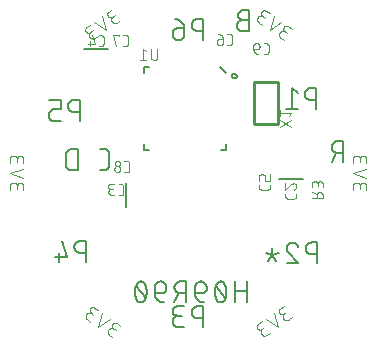
<source format=gbr>
G04 EAGLE Gerber RS-274X export*
G75*
%MOMM*%
%FSLAX34Y34*%
%LPD*%
%INSilkscreen Bottom*%
%IPPOS*%
%AMOC8*
5,1,8,0,0,1.08239X$1,22.5*%
G01*
%ADD10C,0.152400*%
%ADD11C,0.101600*%
%ADD12C,0.076200*%
%ADD13C,0.127000*%
%ADD14C,0.254000*%


D10*
X397566Y476130D02*
X392627Y476130D01*
X392487Y476128D01*
X392348Y476122D01*
X392208Y476112D01*
X392069Y476098D01*
X391930Y476081D01*
X391792Y476059D01*
X391655Y476033D01*
X391518Y476004D01*
X391382Y475971D01*
X391248Y475934D01*
X391114Y475893D01*
X390982Y475848D01*
X390850Y475799D01*
X390721Y475747D01*
X390593Y475692D01*
X390466Y475632D01*
X390341Y475569D01*
X390218Y475503D01*
X390097Y475433D01*
X389978Y475360D01*
X389861Y475283D01*
X389747Y475203D01*
X389634Y475120D01*
X389524Y475034D01*
X389417Y474944D01*
X389312Y474852D01*
X389210Y474757D01*
X389110Y474659D01*
X389013Y474558D01*
X388919Y474454D01*
X388829Y474348D01*
X388741Y474239D01*
X388656Y474128D01*
X388575Y474014D01*
X388496Y473899D01*
X388421Y473781D01*
X388350Y473661D01*
X388282Y473538D01*
X388217Y473415D01*
X388156Y473289D01*
X388098Y473161D01*
X388044Y473033D01*
X387994Y472902D01*
X387947Y472770D01*
X387904Y472637D01*
X387865Y472503D01*
X387830Y472368D01*
X387799Y472232D01*
X387771Y472094D01*
X387748Y471957D01*
X387728Y471818D01*
X387712Y471679D01*
X387700Y471540D01*
X387692Y471401D01*
X387688Y471261D01*
X387688Y471121D01*
X387692Y470981D01*
X387700Y470842D01*
X387712Y470703D01*
X387728Y470564D01*
X387748Y470425D01*
X387771Y470288D01*
X387799Y470150D01*
X387830Y470014D01*
X387865Y469879D01*
X387904Y469745D01*
X387947Y469612D01*
X387994Y469480D01*
X388044Y469349D01*
X388098Y469221D01*
X388156Y469093D01*
X388217Y468967D01*
X388282Y468844D01*
X388350Y468722D01*
X388421Y468601D01*
X388496Y468483D01*
X388575Y468368D01*
X388656Y468254D01*
X388741Y468143D01*
X388829Y468034D01*
X388919Y467928D01*
X389013Y467824D01*
X389110Y467723D01*
X389210Y467625D01*
X389312Y467530D01*
X389417Y467438D01*
X389524Y467348D01*
X389634Y467262D01*
X389747Y467179D01*
X389861Y467099D01*
X389978Y467022D01*
X390097Y466949D01*
X390218Y466879D01*
X390341Y466813D01*
X390466Y466750D01*
X390593Y466690D01*
X390721Y466635D01*
X390850Y466583D01*
X390982Y466534D01*
X391114Y466489D01*
X391248Y466448D01*
X391382Y466411D01*
X391518Y466378D01*
X391655Y466349D01*
X391792Y466323D01*
X391930Y466301D01*
X392069Y466284D01*
X392208Y466270D01*
X392348Y466260D01*
X392487Y466254D01*
X392627Y466252D01*
X392627Y466253D02*
X397566Y466253D01*
X397566Y484033D01*
X392627Y484033D01*
X392627Y484032D02*
X392503Y484030D01*
X392379Y484024D01*
X392255Y484014D01*
X392132Y484001D01*
X392009Y483983D01*
X391887Y483962D01*
X391765Y483937D01*
X391644Y483908D01*
X391525Y483875D01*
X391406Y483839D01*
X391289Y483798D01*
X391173Y483755D01*
X391058Y483707D01*
X390945Y483656D01*
X390833Y483601D01*
X390724Y483543D01*
X390616Y483482D01*
X390510Y483417D01*
X390406Y483349D01*
X390305Y483277D01*
X390205Y483203D01*
X390109Y483125D01*
X390014Y483045D01*
X389922Y482961D01*
X389833Y482875D01*
X389747Y482786D01*
X389663Y482694D01*
X389583Y482599D01*
X389505Y482503D01*
X389431Y482403D01*
X389359Y482302D01*
X389291Y482198D01*
X389226Y482092D01*
X389165Y481984D01*
X389107Y481875D01*
X389052Y481763D01*
X389001Y481650D01*
X388953Y481535D01*
X388910Y481419D01*
X388869Y481302D01*
X388833Y481183D01*
X388800Y481064D01*
X388771Y480943D01*
X388746Y480821D01*
X388725Y480699D01*
X388707Y480576D01*
X388694Y480453D01*
X388684Y480329D01*
X388678Y480205D01*
X388676Y480081D01*
X388678Y479957D01*
X388684Y479833D01*
X388694Y479709D01*
X388707Y479586D01*
X388725Y479463D01*
X388746Y479341D01*
X388771Y479219D01*
X388800Y479098D01*
X388833Y478979D01*
X388869Y478860D01*
X388910Y478743D01*
X388953Y478627D01*
X389001Y478512D01*
X389052Y478399D01*
X389107Y478287D01*
X389165Y478178D01*
X389226Y478070D01*
X389291Y477964D01*
X389359Y477860D01*
X389431Y477759D01*
X389505Y477659D01*
X389583Y477563D01*
X389663Y477468D01*
X389747Y477376D01*
X389833Y477287D01*
X389922Y477201D01*
X390014Y477117D01*
X390109Y477037D01*
X390205Y476959D01*
X390305Y476885D01*
X390406Y476813D01*
X390510Y476745D01*
X390616Y476680D01*
X390724Y476619D01*
X390833Y476561D01*
X390945Y476506D01*
X391058Y476455D01*
X391173Y476407D01*
X391289Y476364D01*
X391406Y476323D01*
X391525Y476287D01*
X391644Y476254D01*
X391765Y476225D01*
X391887Y476200D01*
X392009Y476179D01*
X392132Y476161D01*
X392255Y476148D01*
X392379Y476138D01*
X392503Y476132D01*
X392627Y476130D01*
X477842Y373400D02*
X477842Y355620D01*
X477842Y373400D02*
X472903Y373400D01*
X472763Y373398D01*
X472624Y373392D01*
X472484Y373382D01*
X472345Y373368D01*
X472206Y373351D01*
X472068Y373329D01*
X471931Y373303D01*
X471794Y373274D01*
X471658Y373241D01*
X471524Y373204D01*
X471390Y373163D01*
X471258Y373118D01*
X471126Y373069D01*
X470997Y373017D01*
X470869Y372962D01*
X470742Y372902D01*
X470617Y372839D01*
X470494Y372773D01*
X470373Y372703D01*
X470254Y372630D01*
X470137Y372553D01*
X470023Y372473D01*
X469910Y372390D01*
X469800Y372304D01*
X469693Y372214D01*
X469588Y372122D01*
X469486Y372027D01*
X469386Y371929D01*
X469289Y371828D01*
X469195Y371724D01*
X469105Y371618D01*
X469017Y371509D01*
X468932Y371398D01*
X468851Y371284D01*
X468772Y371169D01*
X468697Y371051D01*
X468626Y370931D01*
X468558Y370808D01*
X468493Y370685D01*
X468432Y370559D01*
X468374Y370431D01*
X468320Y370303D01*
X468270Y370172D01*
X468223Y370040D01*
X468180Y369907D01*
X468141Y369773D01*
X468106Y369638D01*
X468075Y369502D01*
X468047Y369364D01*
X468024Y369227D01*
X468004Y369088D01*
X467988Y368949D01*
X467976Y368810D01*
X467968Y368671D01*
X467964Y368531D01*
X467964Y368391D01*
X467968Y368251D01*
X467976Y368112D01*
X467988Y367973D01*
X468004Y367834D01*
X468024Y367695D01*
X468047Y367558D01*
X468075Y367420D01*
X468106Y367284D01*
X468141Y367149D01*
X468180Y367015D01*
X468223Y366882D01*
X468270Y366750D01*
X468320Y366619D01*
X468374Y366491D01*
X468432Y366363D01*
X468493Y366237D01*
X468558Y366114D01*
X468626Y365992D01*
X468697Y365871D01*
X468772Y365753D01*
X468851Y365638D01*
X468932Y365524D01*
X469017Y365413D01*
X469105Y365304D01*
X469195Y365198D01*
X469289Y365094D01*
X469386Y364993D01*
X469486Y364895D01*
X469588Y364800D01*
X469693Y364708D01*
X469800Y364618D01*
X469910Y364532D01*
X470023Y364449D01*
X470137Y364369D01*
X470254Y364292D01*
X470373Y364219D01*
X470494Y364149D01*
X470617Y364083D01*
X470742Y364020D01*
X470869Y363960D01*
X470997Y363905D01*
X471126Y363853D01*
X471258Y363804D01*
X471390Y363759D01*
X471524Y363718D01*
X471658Y363681D01*
X471794Y363648D01*
X471931Y363619D01*
X472068Y363593D01*
X472206Y363571D01*
X472345Y363554D01*
X472484Y363540D01*
X472624Y363530D01*
X472763Y363524D01*
X472903Y363522D01*
X472903Y363523D02*
X477842Y363523D01*
X471916Y363523D02*
X467965Y355620D01*
X252737Y348755D02*
X252737Y366535D01*
X247798Y366535D01*
X247659Y366533D01*
X247521Y366527D01*
X247383Y366518D01*
X247245Y366504D01*
X247108Y366487D01*
X246971Y366465D01*
X246834Y366440D01*
X246699Y366411D01*
X246564Y366378D01*
X246431Y366342D01*
X246298Y366302D01*
X246167Y366258D01*
X246037Y366210D01*
X245908Y366159D01*
X245781Y366104D01*
X245655Y366046D01*
X245531Y365984D01*
X245409Y365919D01*
X245289Y365850D01*
X245170Y365778D01*
X245054Y365703D01*
X244940Y365624D01*
X244828Y365542D01*
X244719Y365457D01*
X244611Y365370D01*
X244507Y365279D01*
X244405Y365185D01*
X244306Y365088D01*
X244209Y364989D01*
X244115Y364887D01*
X244024Y364783D01*
X243937Y364675D01*
X243852Y364566D01*
X243770Y364454D01*
X243691Y364340D01*
X243616Y364224D01*
X243544Y364105D01*
X243475Y363985D01*
X243410Y363863D01*
X243348Y363739D01*
X243290Y363613D01*
X243235Y363486D01*
X243184Y363357D01*
X243136Y363227D01*
X243092Y363096D01*
X243052Y362963D01*
X243016Y362830D01*
X242983Y362695D01*
X242954Y362560D01*
X242929Y362423D01*
X242907Y362286D01*
X242890Y362149D01*
X242876Y362011D01*
X242867Y361873D01*
X242861Y361735D01*
X242859Y361596D01*
X242860Y361596D02*
X242860Y353694D01*
X242859Y353694D02*
X242861Y353555D01*
X242867Y353417D01*
X242876Y353279D01*
X242890Y353141D01*
X242907Y353004D01*
X242929Y352867D01*
X242954Y352730D01*
X242983Y352595D01*
X243016Y352460D01*
X243052Y352327D01*
X243092Y352194D01*
X243136Y352063D01*
X243184Y351933D01*
X243235Y351804D01*
X243290Y351677D01*
X243348Y351551D01*
X243410Y351427D01*
X243475Y351305D01*
X243544Y351185D01*
X243616Y351066D01*
X243691Y350950D01*
X243770Y350836D01*
X243852Y350724D01*
X243937Y350615D01*
X244024Y350507D01*
X244115Y350403D01*
X244209Y350301D01*
X244306Y350202D01*
X244405Y350105D01*
X244507Y350011D01*
X244611Y349920D01*
X244719Y349833D01*
X244828Y349748D01*
X244940Y349666D01*
X245054Y349587D01*
X245170Y349512D01*
X245289Y349440D01*
X245409Y349371D01*
X245531Y349306D01*
X245655Y349244D01*
X245781Y349186D01*
X245908Y349131D01*
X246037Y349080D01*
X246167Y349032D01*
X246298Y348988D01*
X246431Y348948D01*
X246564Y348912D01*
X246699Y348879D01*
X246834Y348850D01*
X246971Y348825D01*
X247108Y348803D01*
X247245Y348786D01*
X247383Y348772D01*
X247521Y348763D01*
X247659Y348757D01*
X247798Y348755D01*
X252737Y348755D01*
X271490Y348953D02*
X275441Y348953D01*
X275565Y348955D01*
X275689Y348961D01*
X275813Y348971D01*
X275936Y348984D01*
X276059Y349002D01*
X276181Y349023D01*
X276303Y349048D01*
X276424Y349077D01*
X276543Y349110D01*
X276662Y349146D01*
X276779Y349187D01*
X276895Y349230D01*
X277010Y349278D01*
X277123Y349329D01*
X277235Y349384D01*
X277344Y349442D01*
X277452Y349503D01*
X277558Y349568D01*
X277662Y349636D01*
X277763Y349708D01*
X277863Y349782D01*
X277959Y349860D01*
X278054Y349940D01*
X278146Y350024D01*
X278235Y350110D01*
X278321Y350199D01*
X278405Y350291D01*
X278485Y350386D01*
X278563Y350482D01*
X278637Y350582D01*
X278709Y350683D01*
X278777Y350787D01*
X278842Y350893D01*
X278903Y351001D01*
X278961Y351110D01*
X279016Y351222D01*
X279067Y351335D01*
X279115Y351450D01*
X279158Y351566D01*
X279199Y351683D01*
X279235Y351802D01*
X279268Y351921D01*
X279297Y352042D01*
X279322Y352164D01*
X279343Y352286D01*
X279361Y352409D01*
X279374Y352532D01*
X279384Y352656D01*
X279390Y352780D01*
X279392Y352904D01*
X279392Y362782D01*
X279390Y362906D01*
X279384Y363030D01*
X279374Y363154D01*
X279361Y363277D01*
X279343Y363400D01*
X279322Y363522D01*
X279297Y363644D01*
X279268Y363765D01*
X279235Y363884D01*
X279199Y364003D01*
X279158Y364120D01*
X279115Y364236D01*
X279067Y364351D01*
X279016Y364464D01*
X278961Y364576D01*
X278903Y364685D01*
X278842Y364793D01*
X278777Y364899D01*
X278709Y365003D01*
X278637Y365104D01*
X278563Y365204D01*
X278485Y365300D01*
X278405Y365395D01*
X278321Y365487D01*
X278235Y365576D01*
X278146Y365662D01*
X278054Y365746D01*
X277959Y365826D01*
X277863Y365904D01*
X277763Y365978D01*
X277662Y366050D01*
X277558Y366118D01*
X277452Y366183D01*
X277344Y366244D01*
X277235Y366302D01*
X277123Y366357D01*
X277010Y366408D01*
X276896Y366456D01*
X276779Y366499D01*
X276662Y366540D01*
X276543Y366576D01*
X276424Y366609D01*
X276303Y366638D01*
X276181Y366663D01*
X276059Y366684D01*
X275936Y366702D01*
X275813Y366715D01*
X275689Y366725D01*
X275565Y366731D01*
X275441Y366733D01*
X271490Y366733D01*
D11*
X424812Y460559D02*
X427471Y458697D01*
X424812Y460558D02*
X424721Y460625D01*
X424631Y460694D01*
X424544Y460767D01*
X424460Y460843D01*
X424379Y460922D01*
X424300Y461003D01*
X424224Y461087D01*
X424151Y461174D01*
X424082Y461264D01*
X424015Y461355D01*
X423952Y461449D01*
X423892Y461545D01*
X423835Y461643D01*
X423782Y461743D01*
X423732Y461845D01*
X423686Y461949D01*
X423644Y462054D01*
X423605Y462160D01*
X423570Y462268D01*
X423539Y462377D01*
X423511Y462487D01*
X423488Y462598D01*
X423468Y462709D01*
X423452Y462821D01*
X423440Y462934D01*
X423432Y463047D01*
X423428Y463160D01*
X423428Y463274D01*
X423432Y463387D01*
X423440Y463500D01*
X423452Y463613D01*
X423468Y463725D01*
X423488Y463836D01*
X423511Y463947D01*
X423539Y464057D01*
X423570Y464166D01*
X423605Y464274D01*
X423644Y464380D01*
X423686Y464485D01*
X423732Y464589D01*
X423782Y464691D01*
X423835Y464791D01*
X423892Y464889D01*
X423952Y464985D01*
X424015Y465079D01*
X424082Y465170D01*
X424151Y465260D01*
X424224Y465347D01*
X424300Y465431D01*
X424379Y465512D01*
X424460Y465591D01*
X424544Y465667D01*
X424631Y465740D01*
X424720Y465809D01*
X424812Y465876D01*
X424906Y465939D01*
X425002Y465999D01*
X425100Y466056D01*
X425200Y466109D01*
X425302Y466159D01*
X425406Y466205D01*
X425511Y466247D01*
X425617Y466286D01*
X425725Y466321D01*
X425834Y466352D01*
X425944Y466380D01*
X426055Y466403D01*
X426166Y466423D01*
X426278Y466439D01*
X426391Y466451D01*
X426504Y466459D01*
X426617Y466463D01*
X426731Y466463D01*
X426844Y466459D01*
X426957Y466451D01*
X427070Y466439D01*
X427182Y466423D01*
X427293Y466403D01*
X427404Y466380D01*
X427514Y466352D01*
X427623Y466321D01*
X427731Y466286D01*
X427837Y466247D01*
X427942Y466205D01*
X428046Y466159D01*
X428148Y466109D01*
X428248Y466056D01*
X428346Y465999D01*
X428442Y465939D01*
X428536Y465876D01*
X430982Y470502D02*
X434172Y468268D01*
X430982Y470502D02*
X430898Y470558D01*
X430813Y470611D01*
X430725Y470660D01*
X430636Y470706D01*
X430544Y470749D01*
X430451Y470788D01*
X430357Y470823D01*
X430262Y470855D01*
X430165Y470883D01*
X430067Y470907D01*
X429969Y470927D01*
X429869Y470944D01*
X429769Y470956D01*
X429669Y470965D01*
X429569Y470970D01*
X429468Y470971D01*
X429367Y470968D01*
X429267Y470961D01*
X429167Y470950D01*
X429067Y470936D01*
X428968Y470917D01*
X428870Y470895D01*
X428773Y470869D01*
X428676Y470839D01*
X428582Y470806D01*
X428488Y470769D01*
X428396Y470728D01*
X428305Y470683D01*
X428217Y470636D01*
X428130Y470584D01*
X428046Y470530D01*
X427963Y470472D01*
X427883Y470411D01*
X427805Y470347D01*
X427730Y470280D01*
X427657Y470211D01*
X427588Y470138D01*
X427521Y470063D01*
X427457Y469985D01*
X427396Y469905D01*
X427338Y469822D01*
X427284Y469738D01*
X427232Y469651D01*
X427185Y469563D01*
X427140Y469472D01*
X427099Y469380D01*
X427062Y469286D01*
X427029Y469192D01*
X426999Y469095D01*
X426973Y468998D01*
X426951Y468900D01*
X426932Y468801D01*
X426918Y468701D01*
X426907Y468601D01*
X426900Y468501D01*
X426897Y468400D01*
X426898Y468299D01*
X426903Y468199D01*
X426912Y468099D01*
X426924Y467999D01*
X426941Y467899D01*
X426961Y467801D01*
X426985Y467703D01*
X427013Y467606D01*
X427045Y467511D01*
X427080Y467417D01*
X427119Y467324D01*
X427162Y467232D01*
X427208Y467143D01*
X427257Y467055D01*
X427310Y466970D01*
X427366Y466886D01*
X427426Y466805D01*
X427488Y466726D01*
X427554Y466649D01*
X427622Y466575D01*
X427693Y466504D01*
X427767Y466436D01*
X427844Y466370D01*
X427923Y466308D01*
X428004Y466248D01*
X430130Y464759D01*
X425341Y474452D02*
X415449Y467114D01*
X418961Y478919D01*
X408745Y471809D02*
X406086Y473670D01*
X405995Y473737D01*
X405905Y473806D01*
X405818Y473879D01*
X405734Y473955D01*
X405653Y474034D01*
X405574Y474115D01*
X405498Y474199D01*
X405425Y474286D01*
X405356Y474376D01*
X405289Y474467D01*
X405226Y474561D01*
X405166Y474657D01*
X405109Y474755D01*
X405056Y474855D01*
X405006Y474957D01*
X404960Y475061D01*
X404918Y475166D01*
X404879Y475272D01*
X404844Y475380D01*
X404813Y475489D01*
X404785Y475599D01*
X404762Y475710D01*
X404742Y475821D01*
X404726Y475933D01*
X404714Y476046D01*
X404706Y476159D01*
X404702Y476272D01*
X404702Y476386D01*
X404706Y476499D01*
X404714Y476612D01*
X404726Y476725D01*
X404742Y476837D01*
X404762Y476948D01*
X404785Y477059D01*
X404813Y477169D01*
X404844Y477278D01*
X404879Y477386D01*
X404918Y477492D01*
X404960Y477597D01*
X405006Y477701D01*
X405056Y477803D01*
X405109Y477903D01*
X405166Y478001D01*
X405226Y478097D01*
X405289Y478191D01*
X405356Y478282D01*
X405425Y478372D01*
X405498Y478459D01*
X405574Y478543D01*
X405653Y478624D01*
X405734Y478703D01*
X405818Y478779D01*
X405905Y478852D01*
X405994Y478921D01*
X406086Y478988D01*
X406180Y479051D01*
X406276Y479111D01*
X406374Y479168D01*
X406474Y479221D01*
X406576Y479271D01*
X406680Y479317D01*
X406785Y479359D01*
X406891Y479398D01*
X406999Y479433D01*
X407108Y479464D01*
X407218Y479492D01*
X407329Y479515D01*
X407440Y479535D01*
X407552Y479551D01*
X407665Y479563D01*
X407778Y479571D01*
X407891Y479575D01*
X408005Y479575D01*
X408118Y479571D01*
X408231Y479563D01*
X408344Y479551D01*
X408456Y479535D01*
X408567Y479515D01*
X408678Y479492D01*
X408788Y479464D01*
X408897Y479433D01*
X409005Y479398D01*
X409111Y479359D01*
X409216Y479317D01*
X409320Y479271D01*
X409422Y479221D01*
X409522Y479168D01*
X409620Y479111D01*
X409716Y479051D01*
X409810Y478988D01*
X412256Y483614D02*
X415447Y481380D01*
X412256Y483614D02*
X412172Y483670D01*
X412087Y483723D01*
X411999Y483772D01*
X411910Y483818D01*
X411818Y483861D01*
X411725Y483900D01*
X411631Y483935D01*
X411536Y483967D01*
X411439Y483995D01*
X411341Y484019D01*
X411243Y484039D01*
X411143Y484056D01*
X411043Y484068D01*
X410943Y484077D01*
X410843Y484082D01*
X410742Y484083D01*
X410641Y484080D01*
X410541Y484073D01*
X410441Y484062D01*
X410341Y484048D01*
X410242Y484029D01*
X410144Y484007D01*
X410047Y483981D01*
X409950Y483951D01*
X409856Y483918D01*
X409762Y483881D01*
X409670Y483840D01*
X409579Y483795D01*
X409491Y483748D01*
X409404Y483696D01*
X409320Y483642D01*
X409237Y483584D01*
X409157Y483523D01*
X409079Y483459D01*
X409004Y483392D01*
X408931Y483323D01*
X408862Y483250D01*
X408795Y483175D01*
X408731Y483097D01*
X408670Y483017D01*
X408612Y482934D01*
X408558Y482850D01*
X408506Y482763D01*
X408459Y482675D01*
X408414Y482584D01*
X408373Y482492D01*
X408336Y482398D01*
X408303Y482304D01*
X408273Y482207D01*
X408247Y482110D01*
X408225Y482012D01*
X408206Y481913D01*
X408192Y481813D01*
X408181Y481713D01*
X408174Y481613D01*
X408171Y481512D01*
X408172Y481411D01*
X408177Y481311D01*
X408186Y481211D01*
X408198Y481111D01*
X408215Y481011D01*
X408235Y480913D01*
X408259Y480815D01*
X408287Y480718D01*
X408319Y480623D01*
X408354Y480529D01*
X408393Y480436D01*
X408436Y480344D01*
X408482Y480255D01*
X408531Y480167D01*
X408584Y480082D01*
X408640Y479998D01*
X408700Y479917D01*
X408762Y479838D01*
X408828Y479761D01*
X408896Y479687D01*
X408967Y479616D01*
X409041Y479548D01*
X409118Y479482D01*
X409197Y479420D01*
X409278Y479360D01*
X411405Y477871D01*
X485558Y334770D02*
X485558Y331524D01*
X485558Y334770D02*
X485560Y334883D01*
X485566Y334996D01*
X485576Y335109D01*
X485590Y335222D01*
X485607Y335334D01*
X485629Y335445D01*
X485654Y335555D01*
X485684Y335665D01*
X485717Y335773D01*
X485754Y335880D01*
X485794Y335986D01*
X485839Y336090D01*
X485887Y336193D01*
X485938Y336294D01*
X485993Y336393D01*
X486051Y336490D01*
X486113Y336585D01*
X486178Y336678D01*
X486246Y336768D01*
X486317Y336856D01*
X486392Y336942D01*
X486469Y337025D01*
X486549Y337105D01*
X486632Y337182D01*
X486718Y337257D01*
X486806Y337328D01*
X486896Y337396D01*
X486989Y337461D01*
X487084Y337523D01*
X487181Y337581D01*
X487280Y337636D01*
X487381Y337687D01*
X487484Y337735D01*
X487588Y337780D01*
X487694Y337820D01*
X487801Y337857D01*
X487909Y337890D01*
X488019Y337920D01*
X488129Y337945D01*
X488240Y337967D01*
X488352Y337984D01*
X488465Y337998D01*
X488578Y338008D01*
X488691Y338014D01*
X488804Y338016D01*
X488917Y338014D01*
X489030Y338008D01*
X489143Y337998D01*
X489256Y337984D01*
X489368Y337967D01*
X489479Y337945D01*
X489589Y337920D01*
X489699Y337890D01*
X489807Y337857D01*
X489914Y337820D01*
X490020Y337780D01*
X490124Y337735D01*
X490227Y337687D01*
X490328Y337636D01*
X490427Y337581D01*
X490524Y337523D01*
X490619Y337461D01*
X490712Y337396D01*
X490802Y337328D01*
X490890Y337257D01*
X490976Y337182D01*
X491059Y337105D01*
X491139Y337025D01*
X491216Y336942D01*
X491291Y336856D01*
X491362Y336768D01*
X491430Y336678D01*
X491495Y336585D01*
X491557Y336490D01*
X491615Y336393D01*
X491670Y336294D01*
X491721Y336193D01*
X491769Y336090D01*
X491814Y335986D01*
X491854Y335880D01*
X491891Y335773D01*
X491924Y335665D01*
X491954Y335555D01*
X491979Y335445D01*
X492001Y335334D01*
X492018Y335222D01*
X492032Y335109D01*
X492042Y334996D01*
X492048Y334883D01*
X492050Y334770D01*
X497242Y335419D02*
X497242Y331524D01*
X497242Y335419D02*
X497240Y335520D01*
X497234Y335620D01*
X497224Y335720D01*
X497211Y335820D01*
X497193Y335919D01*
X497172Y336018D01*
X497147Y336115D01*
X497118Y336212D01*
X497085Y336307D01*
X497049Y336401D01*
X497009Y336493D01*
X496966Y336584D01*
X496919Y336673D01*
X496869Y336760D01*
X496815Y336846D01*
X496758Y336929D01*
X496698Y337009D01*
X496635Y337088D01*
X496568Y337164D01*
X496499Y337237D01*
X496427Y337307D01*
X496353Y337375D01*
X496276Y337440D01*
X496196Y337501D01*
X496114Y337560D01*
X496030Y337615D01*
X495944Y337667D01*
X495856Y337716D01*
X495766Y337761D01*
X495674Y337803D01*
X495581Y337841D01*
X495486Y337875D01*
X495391Y337906D01*
X495294Y337933D01*
X495196Y337956D01*
X495097Y337976D01*
X494997Y337991D01*
X494897Y338003D01*
X494797Y338011D01*
X494696Y338015D01*
X494596Y338015D01*
X494495Y338011D01*
X494395Y338003D01*
X494295Y337991D01*
X494195Y337976D01*
X494096Y337956D01*
X493998Y337933D01*
X493901Y337906D01*
X493806Y337875D01*
X493711Y337841D01*
X493618Y337803D01*
X493526Y337761D01*
X493436Y337716D01*
X493348Y337667D01*
X493262Y337615D01*
X493178Y337560D01*
X493096Y337501D01*
X493016Y337440D01*
X492939Y337375D01*
X492865Y337307D01*
X492793Y337237D01*
X492724Y337164D01*
X492657Y337088D01*
X492594Y337009D01*
X492534Y336929D01*
X492477Y336846D01*
X492423Y336760D01*
X492373Y336673D01*
X492326Y336584D01*
X492283Y336493D01*
X492243Y336401D01*
X492207Y336307D01*
X492174Y336212D01*
X492145Y336115D01*
X492120Y336018D01*
X492099Y335919D01*
X492081Y335820D01*
X492068Y335720D01*
X492058Y335620D01*
X492052Y335520D01*
X492050Y335419D01*
X492049Y335419D02*
X492049Y332823D01*
X497242Y342305D02*
X485558Y346200D01*
X497242Y350095D01*
X485558Y354384D02*
X485558Y357630D01*
X485560Y357743D01*
X485566Y357856D01*
X485576Y357969D01*
X485590Y358082D01*
X485607Y358194D01*
X485629Y358305D01*
X485654Y358415D01*
X485684Y358525D01*
X485717Y358633D01*
X485754Y358740D01*
X485794Y358846D01*
X485839Y358950D01*
X485887Y359053D01*
X485938Y359154D01*
X485993Y359253D01*
X486051Y359350D01*
X486113Y359445D01*
X486178Y359538D01*
X486246Y359628D01*
X486317Y359716D01*
X486392Y359802D01*
X486469Y359885D01*
X486549Y359965D01*
X486632Y360042D01*
X486718Y360117D01*
X486806Y360188D01*
X486896Y360256D01*
X486989Y360321D01*
X487084Y360383D01*
X487181Y360441D01*
X487280Y360496D01*
X487381Y360547D01*
X487484Y360595D01*
X487588Y360640D01*
X487694Y360680D01*
X487801Y360717D01*
X487909Y360750D01*
X488019Y360780D01*
X488129Y360805D01*
X488240Y360827D01*
X488352Y360844D01*
X488465Y360858D01*
X488578Y360868D01*
X488691Y360874D01*
X488804Y360876D01*
X488917Y360874D01*
X489030Y360868D01*
X489143Y360858D01*
X489256Y360844D01*
X489368Y360827D01*
X489479Y360805D01*
X489589Y360780D01*
X489699Y360750D01*
X489807Y360717D01*
X489914Y360680D01*
X490020Y360640D01*
X490124Y360595D01*
X490227Y360547D01*
X490328Y360496D01*
X490427Y360441D01*
X490524Y360383D01*
X490619Y360321D01*
X490712Y360256D01*
X490802Y360188D01*
X490890Y360117D01*
X490976Y360042D01*
X491059Y359965D01*
X491139Y359885D01*
X491216Y359802D01*
X491291Y359716D01*
X491362Y359628D01*
X491430Y359538D01*
X491495Y359445D01*
X491557Y359350D01*
X491615Y359253D01*
X491670Y359154D01*
X491721Y359053D01*
X491769Y358950D01*
X491814Y358846D01*
X491854Y358740D01*
X491891Y358633D01*
X491924Y358525D01*
X491954Y358415D01*
X491979Y358305D01*
X492001Y358194D01*
X492018Y358082D01*
X492032Y357969D01*
X492042Y357856D01*
X492048Y357743D01*
X492050Y357630D01*
X497242Y358279D02*
X497242Y354384D01*
X497242Y358279D02*
X497240Y358380D01*
X497234Y358480D01*
X497224Y358580D01*
X497211Y358680D01*
X497193Y358779D01*
X497172Y358878D01*
X497147Y358975D01*
X497118Y359072D01*
X497085Y359167D01*
X497049Y359261D01*
X497009Y359353D01*
X496966Y359444D01*
X496919Y359533D01*
X496869Y359620D01*
X496815Y359706D01*
X496758Y359789D01*
X496698Y359869D01*
X496635Y359948D01*
X496568Y360024D01*
X496499Y360097D01*
X496427Y360167D01*
X496353Y360235D01*
X496276Y360300D01*
X496196Y360361D01*
X496114Y360420D01*
X496030Y360475D01*
X495944Y360527D01*
X495856Y360576D01*
X495766Y360621D01*
X495674Y360663D01*
X495581Y360701D01*
X495486Y360735D01*
X495391Y360766D01*
X495294Y360793D01*
X495196Y360816D01*
X495097Y360836D01*
X494997Y360851D01*
X494897Y360863D01*
X494797Y360871D01*
X494696Y360875D01*
X494596Y360875D01*
X494495Y360871D01*
X494395Y360863D01*
X494295Y360851D01*
X494195Y360836D01*
X494096Y360816D01*
X493998Y360793D01*
X493901Y360766D01*
X493806Y360735D01*
X493711Y360701D01*
X493618Y360663D01*
X493526Y360621D01*
X493436Y360576D01*
X493348Y360527D01*
X493262Y360475D01*
X493178Y360420D01*
X493096Y360361D01*
X493016Y360300D01*
X492939Y360235D01*
X492865Y360167D01*
X492793Y360097D01*
X492724Y360024D01*
X492657Y359948D01*
X492594Y359869D01*
X492534Y359789D01*
X492477Y359706D01*
X492423Y359620D01*
X492373Y359533D01*
X492326Y359444D01*
X492283Y359353D01*
X492243Y359261D01*
X492207Y359167D01*
X492174Y359072D01*
X492145Y358975D01*
X492120Y358878D01*
X492099Y358779D01*
X492081Y358680D01*
X492068Y358580D01*
X492058Y358480D01*
X492052Y358380D01*
X492050Y358279D01*
X492049Y358279D02*
X492049Y355683D01*
X434172Y224132D02*
X431514Y222270D01*
X431420Y222207D01*
X431324Y222147D01*
X431226Y222090D01*
X431126Y222037D01*
X431024Y221987D01*
X430920Y221941D01*
X430815Y221899D01*
X430709Y221860D01*
X430601Y221825D01*
X430492Y221794D01*
X430382Y221766D01*
X430271Y221743D01*
X430160Y221723D01*
X430048Y221707D01*
X429935Y221695D01*
X429822Y221687D01*
X429709Y221683D01*
X429595Y221683D01*
X429482Y221687D01*
X429369Y221695D01*
X429256Y221707D01*
X429144Y221723D01*
X429033Y221743D01*
X428922Y221766D01*
X428812Y221794D01*
X428703Y221825D01*
X428595Y221860D01*
X428489Y221899D01*
X428384Y221941D01*
X428280Y221987D01*
X428178Y222037D01*
X428078Y222090D01*
X427980Y222147D01*
X427884Y222207D01*
X427790Y222270D01*
X427699Y222337D01*
X427609Y222406D01*
X427522Y222479D01*
X427438Y222555D01*
X427357Y222634D01*
X427278Y222715D01*
X427202Y222799D01*
X427129Y222886D01*
X427060Y222976D01*
X426993Y223067D01*
X426930Y223161D01*
X426870Y223257D01*
X426813Y223355D01*
X426760Y223455D01*
X426710Y223557D01*
X426664Y223661D01*
X426622Y223766D01*
X426583Y223872D01*
X426548Y223980D01*
X426517Y224089D01*
X426489Y224199D01*
X426466Y224310D01*
X426446Y224421D01*
X426430Y224533D01*
X426418Y224646D01*
X426410Y224759D01*
X426406Y224872D01*
X426406Y224986D01*
X426410Y225099D01*
X426418Y225212D01*
X426430Y225325D01*
X426446Y225437D01*
X426466Y225548D01*
X426489Y225659D01*
X426517Y225769D01*
X426548Y225878D01*
X426583Y225986D01*
X426622Y226092D01*
X426664Y226197D01*
X426710Y226301D01*
X426760Y226403D01*
X426813Y226503D01*
X426870Y226601D01*
X426930Y226697D01*
X426993Y226791D01*
X427060Y226882D01*
X427129Y226972D01*
X427202Y227059D01*
X427278Y227143D01*
X427357Y227224D01*
X427438Y227303D01*
X427522Y227379D01*
X427609Y227452D01*
X427699Y227521D01*
X427790Y227588D01*
X424280Y231469D02*
X427471Y233703D01*
X424281Y231469D02*
X424200Y231409D01*
X424121Y231347D01*
X424044Y231281D01*
X423970Y231213D01*
X423899Y231142D01*
X423831Y231068D01*
X423765Y230991D01*
X423703Y230912D01*
X423643Y230831D01*
X423587Y230747D01*
X423534Y230662D01*
X423485Y230574D01*
X423439Y230485D01*
X423396Y230393D01*
X423357Y230300D01*
X423322Y230206D01*
X423290Y230111D01*
X423262Y230014D01*
X423238Y229916D01*
X423218Y229818D01*
X423201Y229718D01*
X423189Y229618D01*
X423180Y229518D01*
X423175Y229417D01*
X423174Y229317D01*
X423177Y229216D01*
X423184Y229116D01*
X423195Y229016D01*
X423209Y228916D01*
X423228Y228817D01*
X423250Y228719D01*
X423276Y228622D01*
X423306Y228525D01*
X423339Y228431D01*
X423376Y228337D01*
X423417Y228245D01*
X423462Y228154D01*
X423509Y228066D01*
X423561Y227979D01*
X423615Y227895D01*
X423673Y227812D01*
X423734Y227732D01*
X423798Y227654D01*
X423865Y227579D01*
X423934Y227506D01*
X424007Y227437D01*
X424082Y227370D01*
X424160Y227306D01*
X424240Y227245D01*
X424323Y227187D01*
X424407Y227133D01*
X424494Y227081D01*
X424582Y227034D01*
X424673Y226989D01*
X424765Y226948D01*
X424858Y226911D01*
X424953Y226878D01*
X425050Y226848D01*
X425147Y226822D01*
X425245Y226800D01*
X425344Y226781D01*
X425444Y226767D01*
X425544Y226756D01*
X425644Y226749D01*
X425745Y226746D01*
X425845Y226747D01*
X425946Y226752D01*
X426046Y226761D01*
X426146Y226773D01*
X426246Y226790D01*
X426344Y226810D01*
X426442Y226834D01*
X426539Y226862D01*
X426634Y226894D01*
X426728Y226929D01*
X426821Y226968D01*
X426913Y227011D01*
X427002Y227057D01*
X427090Y227106D01*
X427175Y227159D01*
X427259Y227215D01*
X429386Y228705D01*
X418640Y227519D02*
X422151Y215714D01*
X412259Y223052D01*
X415447Y211020D02*
X412788Y209158D01*
X412694Y209095D01*
X412598Y209035D01*
X412500Y208978D01*
X412400Y208925D01*
X412298Y208875D01*
X412194Y208829D01*
X412089Y208787D01*
X411983Y208748D01*
X411875Y208713D01*
X411766Y208682D01*
X411656Y208654D01*
X411545Y208631D01*
X411434Y208611D01*
X411322Y208595D01*
X411209Y208583D01*
X411096Y208575D01*
X410983Y208571D01*
X410869Y208571D01*
X410756Y208575D01*
X410643Y208583D01*
X410530Y208595D01*
X410418Y208611D01*
X410307Y208631D01*
X410196Y208654D01*
X410086Y208682D01*
X409977Y208713D01*
X409869Y208748D01*
X409763Y208787D01*
X409658Y208829D01*
X409554Y208875D01*
X409452Y208925D01*
X409352Y208978D01*
X409254Y209035D01*
X409158Y209095D01*
X409064Y209158D01*
X408973Y209225D01*
X408883Y209294D01*
X408796Y209367D01*
X408712Y209443D01*
X408631Y209522D01*
X408552Y209603D01*
X408476Y209687D01*
X408403Y209774D01*
X408334Y209864D01*
X408267Y209955D01*
X408204Y210049D01*
X408144Y210145D01*
X408087Y210243D01*
X408034Y210343D01*
X407984Y210445D01*
X407938Y210549D01*
X407896Y210654D01*
X407857Y210760D01*
X407822Y210868D01*
X407791Y210977D01*
X407763Y211087D01*
X407740Y211198D01*
X407720Y211309D01*
X407704Y211421D01*
X407692Y211534D01*
X407684Y211647D01*
X407680Y211760D01*
X407680Y211874D01*
X407684Y211987D01*
X407692Y212100D01*
X407704Y212213D01*
X407720Y212325D01*
X407740Y212436D01*
X407763Y212547D01*
X407791Y212657D01*
X407822Y212766D01*
X407857Y212874D01*
X407896Y212980D01*
X407938Y213085D01*
X407984Y213189D01*
X408034Y213291D01*
X408087Y213391D01*
X408144Y213489D01*
X408204Y213585D01*
X408267Y213679D01*
X408334Y213770D01*
X408403Y213860D01*
X408476Y213947D01*
X408552Y214031D01*
X408631Y214112D01*
X408712Y214191D01*
X408796Y214267D01*
X408883Y214340D01*
X408973Y214409D01*
X409064Y214476D01*
X405555Y218357D02*
X408745Y220591D01*
X405555Y218357D02*
X405474Y218297D01*
X405395Y218235D01*
X405318Y218169D01*
X405244Y218101D01*
X405173Y218030D01*
X405105Y217956D01*
X405039Y217879D01*
X404977Y217800D01*
X404917Y217719D01*
X404861Y217635D01*
X404808Y217550D01*
X404759Y217462D01*
X404713Y217373D01*
X404670Y217281D01*
X404631Y217188D01*
X404596Y217094D01*
X404564Y216999D01*
X404536Y216902D01*
X404512Y216804D01*
X404492Y216706D01*
X404475Y216606D01*
X404463Y216506D01*
X404454Y216406D01*
X404449Y216305D01*
X404448Y216205D01*
X404451Y216104D01*
X404458Y216004D01*
X404469Y215904D01*
X404483Y215804D01*
X404502Y215705D01*
X404524Y215607D01*
X404550Y215510D01*
X404580Y215413D01*
X404613Y215319D01*
X404650Y215225D01*
X404691Y215133D01*
X404736Y215042D01*
X404783Y214954D01*
X404835Y214867D01*
X404889Y214783D01*
X404947Y214700D01*
X405008Y214620D01*
X405072Y214542D01*
X405139Y214467D01*
X405208Y214394D01*
X405281Y214325D01*
X405356Y214258D01*
X405434Y214194D01*
X405514Y214133D01*
X405597Y214075D01*
X405681Y214021D01*
X405768Y213969D01*
X405856Y213922D01*
X405947Y213877D01*
X406039Y213836D01*
X406132Y213799D01*
X406227Y213766D01*
X406324Y213736D01*
X406421Y213710D01*
X406519Y213688D01*
X406618Y213669D01*
X406718Y213655D01*
X406818Y213644D01*
X406918Y213637D01*
X407019Y213634D01*
X407119Y213635D01*
X407220Y213640D01*
X407320Y213649D01*
X407420Y213661D01*
X407520Y213678D01*
X407618Y213698D01*
X407716Y213722D01*
X407813Y213750D01*
X407908Y213782D01*
X408002Y213817D01*
X408095Y213856D01*
X408187Y213899D01*
X408276Y213945D01*
X408364Y213994D01*
X408449Y214047D01*
X408533Y214103D01*
X410660Y215593D01*
X282271Y207297D02*
X279612Y209159D01*
X279612Y209158D02*
X279521Y209225D01*
X279431Y209294D01*
X279344Y209367D01*
X279260Y209443D01*
X279179Y209522D01*
X279100Y209603D01*
X279024Y209687D01*
X278951Y209774D01*
X278882Y209864D01*
X278815Y209955D01*
X278752Y210049D01*
X278692Y210145D01*
X278635Y210243D01*
X278582Y210343D01*
X278532Y210445D01*
X278486Y210549D01*
X278444Y210654D01*
X278405Y210760D01*
X278370Y210868D01*
X278339Y210977D01*
X278311Y211087D01*
X278288Y211198D01*
X278268Y211309D01*
X278252Y211421D01*
X278240Y211534D01*
X278232Y211647D01*
X278228Y211760D01*
X278228Y211874D01*
X278232Y211987D01*
X278240Y212100D01*
X278252Y212213D01*
X278268Y212325D01*
X278288Y212436D01*
X278311Y212547D01*
X278339Y212657D01*
X278370Y212766D01*
X278405Y212874D01*
X278444Y212980D01*
X278486Y213085D01*
X278532Y213189D01*
X278582Y213291D01*
X278635Y213391D01*
X278692Y213489D01*
X278752Y213585D01*
X278815Y213679D01*
X278882Y213770D01*
X278951Y213860D01*
X279024Y213947D01*
X279100Y214031D01*
X279179Y214112D01*
X279260Y214191D01*
X279344Y214267D01*
X279431Y214340D01*
X279520Y214409D01*
X279612Y214476D01*
X279706Y214539D01*
X279802Y214599D01*
X279900Y214656D01*
X280000Y214709D01*
X280102Y214759D01*
X280206Y214805D01*
X280311Y214847D01*
X280417Y214886D01*
X280525Y214921D01*
X280634Y214952D01*
X280744Y214980D01*
X280855Y215003D01*
X280966Y215023D01*
X281078Y215039D01*
X281191Y215051D01*
X281304Y215059D01*
X281417Y215063D01*
X281531Y215063D01*
X281644Y215059D01*
X281757Y215051D01*
X281870Y215039D01*
X281982Y215023D01*
X282093Y215003D01*
X282204Y214980D01*
X282314Y214952D01*
X282423Y214921D01*
X282531Y214886D01*
X282637Y214847D01*
X282742Y214805D01*
X282846Y214759D01*
X282948Y214709D01*
X283048Y214656D01*
X283146Y214599D01*
X283242Y214539D01*
X283336Y214476D01*
X285782Y219102D02*
X288972Y216868D01*
X285782Y219102D02*
X285698Y219158D01*
X285613Y219211D01*
X285525Y219260D01*
X285436Y219306D01*
X285344Y219349D01*
X285251Y219388D01*
X285157Y219423D01*
X285062Y219455D01*
X284965Y219483D01*
X284867Y219507D01*
X284769Y219527D01*
X284669Y219544D01*
X284569Y219556D01*
X284469Y219565D01*
X284369Y219570D01*
X284268Y219571D01*
X284167Y219568D01*
X284067Y219561D01*
X283967Y219550D01*
X283867Y219536D01*
X283768Y219517D01*
X283670Y219495D01*
X283573Y219469D01*
X283476Y219439D01*
X283382Y219406D01*
X283288Y219369D01*
X283196Y219328D01*
X283105Y219283D01*
X283017Y219236D01*
X282930Y219184D01*
X282846Y219130D01*
X282763Y219072D01*
X282683Y219011D01*
X282605Y218947D01*
X282530Y218880D01*
X282457Y218811D01*
X282388Y218738D01*
X282321Y218663D01*
X282257Y218585D01*
X282196Y218505D01*
X282138Y218422D01*
X282084Y218338D01*
X282032Y218251D01*
X281985Y218163D01*
X281940Y218072D01*
X281899Y217980D01*
X281862Y217886D01*
X281829Y217792D01*
X281799Y217695D01*
X281773Y217598D01*
X281751Y217500D01*
X281732Y217401D01*
X281718Y217301D01*
X281707Y217201D01*
X281700Y217101D01*
X281697Y217000D01*
X281698Y216899D01*
X281703Y216799D01*
X281712Y216699D01*
X281724Y216599D01*
X281741Y216499D01*
X281761Y216401D01*
X281785Y216303D01*
X281813Y216206D01*
X281845Y216111D01*
X281880Y216017D01*
X281919Y215924D01*
X281962Y215832D01*
X282008Y215743D01*
X282057Y215655D01*
X282110Y215570D01*
X282166Y215486D01*
X282226Y215405D01*
X282288Y215326D01*
X282354Y215249D01*
X282422Y215175D01*
X282493Y215104D01*
X282567Y215036D01*
X282644Y214970D01*
X282723Y214908D01*
X282804Y214848D01*
X284930Y213359D01*
X280141Y223052D02*
X270249Y215714D01*
X273761Y227519D01*
X263545Y220409D02*
X260886Y222270D01*
X260795Y222337D01*
X260705Y222406D01*
X260618Y222479D01*
X260534Y222555D01*
X260453Y222634D01*
X260374Y222715D01*
X260298Y222799D01*
X260225Y222886D01*
X260156Y222976D01*
X260089Y223067D01*
X260026Y223161D01*
X259966Y223257D01*
X259909Y223355D01*
X259856Y223455D01*
X259806Y223557D01*
X259760Y223661D01*
X259718Y223766D01*
X259679Y223872D01*
X259644Y223980D01*
X259613Y224089D01*
X259585Y224199D01*
X259562Y224310D01*
X259542Y224421D01*
X259526Y224533D01*
X259514Y224646D01*
X259506Y224759D01*
X259502Y224872D01*
X259502Y224986D01*
X259506Y225099D01*
X259514Y225212D01*
X259526Y225325D01*
X259542Y225437D01*
X259562Y225548D01*
X259585Y225659D01*
X259613Y225769D01*
X259644Y225878D01*
X259679Y225986D01*
X259718Y226092D01*
X259760Y226197D01*
X259806Y226301D01*
X259856Y226403D01*
X259909Y226503D01*
X259966Y226601D01*
X260026Y226697D01*
X260089Y226791D01*
X260156Y226882D01*
X260225Y226972D01*
X260298Y227059D01*
X260374Y227143D01*
X260453Y227224D01*
X260534Y227303D01*
X260618Y227379D01*
X260705Y227452D01*
X260794Y227521D01*
X260886Y227588D01*
X260980Y227651D01*
X261076Y227711D01*
X261174Y227768D01*
X261274Y227821D01*
X261376Y227871D01*
X261480Y227917D01*
X261585Y227959D01*
X261691Y227998D01*
X261799Y228033D01*
X261908Y228064D01*
X262018Y228092D01*
X262129Y228115D01*
X262240Y228135D01*
X262352Y228151D01*
X262465Y228163D01*
X262578Y228171D01*
X262691Y228175D01*
X262805Y228175D01*
X262918Y228171D01*
X263031Y228163D01*
X263144Y228151D01*
X263256Y228135D01*
X263367Y228115D01*
X263478Y228092D01*
X263588Y228064D01*
X263697Y228033D01*
X263805Y227998D01*
X263911Y227959D01*
X264016Y227917D01*
X264120Y227871D01*
X264222Y227821D01*
X264322Y227768D01*
X264420Y227711D01*
X264516Y227651D01*
X264610Y227588D01*
X267056Y232214D02*
X270247Y229980D01*
X267056Y232214D02*
X266972Y232270D01*
X266887Y232323D01*
X266799Y232372D01*
X266710Y232418D01*
X266618Y232461D01*
X266525Y232500D01*
X266431Y232535D01*
X266336Y232567D01*
X266239Y232595D01*
X266141Y232619D01*
X266043Y232639D01*
X265943Y232656D01*
X265843Y232668D01*
X265743Y232677D01*
X265643Y232682D01*
X265542Y232683D01*
X265441Y232680D01*
X265341Y232673D01*
X265241Y232662D01*
X265141Y232648D01*
X265042Y232629D01*
X264944Y232607D01*
X264847Y232581D01*
X264750Y232551D01*
X264656Y232518D01*
X264562Y232481D01*
X264470Y232440D01*
X264379Y232395D01*
X264291Y232348D01*
X264204Y232296D01*
X264120Y232242D01*
X264037Y232184D01*
X263957Y232123D01*
X263879Y232059D01*
X263804Y231992D01*
X263731Y231923D01*
X263662Y231850D01*
X263595Y231775D01*
X263531Y231697D01*
X263470Y231617D01*
X263412Y231534D01*
X263358Y231450D01*
X263306Y231363D01*
X263259Y231275D01*
X263214Y231184D01*
X263173Y231092D01*
X263136Y230998D01*
X263103Y230904D01*
X263073Y230807D01*
X263047Y230710D01*
X263025Y230612D01*
X263006Y230513D01*
X262992Y230413D01*
X262981Y230313D01*
X262974Y230213D01*
X262971Y230112D01*
X262972Y230011D01*
X262977Y229911D01*
X262986Y229811D01*
X262998Y229711D01*
X263015Y229611D01*
X263035Y229513D01*
X263059Y229415D01*
X263087Y229318D01*
X263119Y229223D01*
X263154Y229129D01*
X263193Y229036D01*
X263236Y228944D01*
X263282Y228855D01*
X263331Y228767D01*
X263384Y228682D01*
X263440Y228598D01*
X263500Y228517D01*
X263562Y228438D01*
X263628Y228361D01*
X263696Y228287D01*
X263767Y228216D01*
X263841Y228148D01*
X263918Y228082D01*
X263997Y228020D01*
X264078Y227960D01*
X266205Y226471D01*
X195158Y331524D02*
X195158Y334770D01*
X195160Y334883D01*
X195166Y334996D01*
X195176Y335109D01*
X195190Y335222D01*
X195207Y335334D01*
X195229Y335445D01*
X195254Y335555D01*
X195284Y335665D01*
X195317Y335773D01*
X195354Y335880D01*
X195394Y335986D01*
X195439Y336090D01*
X195487Y336193D01*
X195538Y336294D01*
X195593Y336393D01*
X195651Y336490D01*
X195713Y336585D01*
X195778Y336678D01*
X195846Y336768D01*
X195917Y336856D01*
X195992Y336942D01*
X196069Y337025D01*
X196149Y337105D01*
X196232Y337182D01*
X196318Y337257D01*
X196406Y337328D01*
X196496Y337396D01*
X196589Y337461D01*
X196684Y337523D01*
X196781Y337581D01*
X196880Y337636D01*
X196981Y337687D01*
X197084Y337735D01*
X197188Y337780D01*
X197294Y337820D01*
X197401Y337857D01*
X197509Y337890D01*
X197619Y337920D01*
X197729Y337945D01*
X197840Y337967D01*
X197952Y337984D01*
X198065Y337998D01*
X198178Y338008D01*
X198291Y338014D01*
X198404Y338016D01*
X198517Y338014D01*
X198630Y338008D01*
X198743Y337998D01*
X198856Y337984D01*
X198968Y337967D01*
X199079Y337945D01*
X199189Y337920D01*
X199299Y337890D01*
X199407Y337857D01*
X199514Y337820D01*
X199620Y337780D01*
X199724Y337735D01*
X199827Y337687D01*
X199928Y337636D01*
X200027Y337581D01*
X200124Y337523D01*
X200219Y337461D01*
X200312Y337396D01*
X200402Y337328D01*
X200490Y337257D01*
X200576Y337182D01*
X200659Y337105D01*
X200739Y337025D01*
X200816Y336942D01*
X200891Y336856D01*
X200962Y336768D01*
X201030Y336678D01*
X201095Y336585D01*
X201157Y336490D01*
X201215Y336393D01*
X201270Y336294D01*
X201321Y336193D01*
X201369Y336090D01*
X201414Y335986D01*
X201454Y335880D01*
X201491Y335773D01*
X201524Y335665D01*
X201554Y335555D01*
X201579Y335445D01*
X201601Y335334D01*
X201618Y335222D01*
X201632Y335109D01*
X201642Y334996D01*
X201648Y334883D01*
X201650Y334770D01*
X206842Y335419D02*
X206842Y331524D01*
X206842Y335419D02*
X206840Y335520D01*
X206834Y335620D01*
X206824Y335720D01*
X206811Y335820D01*
X206793Y335919D01*
X206772Y336018D01*
X206747Y336115D01*
X206718Y336212D01*
X206685Y336307D01*
X206649Y336401D01*
X206609Y336493D01*
X206566Y336584D01*
X206519Y336673D01*
X206469Y336760D01*
X206415Y336846D01*
X206358Y336929D01*
X206298Y337009D01*
X206235Y337088D01*
X206168Y337164D01*
X206099Y337237D01*
X206027Y337307D01*
X205953Y337375D01*
X205876Y337440D01*
X205796Y337501D01*
X205714Y337560D01*
X205630Y337615D01*
X205544Y337667D01*
X205456Y337716D01*
X205366Y337761D01*
X205274Y337803D01*
X205181Y337841D01*
X205086Y337875D01*
X204991Y337906D01*
X204894Y337933D01*
X204796Y337956D01*
X204697Y337976D01*
X204597Y337991D01*
X204497Y338003D01*
X204397Y338011D01*
X204296Y338015D01*
X204196Y338015D01*
X204095Y338011D01*
X203995Y338003D01*
X203895Y337991D01*
X203795Y337976D01*
X203696Y337956D01*
X203598Y337933D01*
X203501Y337906D01*
X203406Y337875D01*
X203311Y337841D01*
X203218Y337803D01*
X203126Y337761D01*
X203036Y337716D01*
X202948Y337667D01*
X202862Y337615D01*
X202778Y337560D01*
X202696Y337501D01*
X202616Y337440D01*
X202539Y337375D01*
X202465Y337307D01*
X202393Y337237D01*
X202324Y337164D01*
X202257Y337088D01*
X202194Y337009D01*
X202134Y336929D01*
X202077Y336846D01*
X202023Y336760D01*
X201973Y336673D01*
X201926Y336584D01*
X201883Y336493D01*
X201843Y336401D01*
X201807Y336307D01*
X201774Y336212D01*
X201745Y336115D01*
X201720Y336018D01*
X201699Y335919D01*
X201681Y335820D01*
X201668Y335720D01*
X201658Y335620D01*
X201652Y335520D01*
X201650Y335419D01*
X201649Y335419D02*
X201649Y332823D01*
X206842Y342305D02*
X195158Y346200D01*
X206842Y350095D01*
X195158Y354384D02*
X195158Y357630D01*
X195160Y357743D01*
X195166Y357856D01*
X195176Y357969D01*
X195190Y358082D01*
X195207Y358194D01*
X195229Y358305D01*
X195254Y358415D01*
X195284Y358525D01*
X195317Y358633D01*
X195354Y358740D01*
X195394Y358846D01*
X195439Y358950D01*
X195487Y359053D01*
X195538Y359154D01*
X195593Y359253D01*
X195651Y359350D01*
X195713Y359445D01*
X195778Y359538D01*
X195846Y359628D01*
X195917Y359716D01*
X195992Y359802D01*
X196069Y359885D01*
X196149Y359965D01*
X196232Y360042D01*
X196318Y360117D01*
X196406Y360188D01*
X196496Y360256D01*
X196589Y360321D01*
X196684Y360383D01*
X196781Y360441D01*
X196880Y360496D01*
X196981Y360547D01*
X197084Y360595D01*
X197188Y360640D01*
X197294Y360680D01*
X197401Y360717D01*
X197509Y360750D01*
X197619Y360780D01*
X197729Y360805D01*
X197840Y360827D01*
X197952Y360844D01*
X198065Y360858D01*
X198178Y360868D01*
X198291Y360874D01*
X198404Y360876D01*
X198517Y360874D01*
X198630Y360868D01*
X198743Y360858D01*
X198856Y360844D01*
X198968Y360827D01*
X199079Y360805D01*
X199189Y360780D01*
X199299Y360750D01*
X199407Y360717D01*
X199514Y360680D01*
X199620Y360640D01*
X199724Y360595D01*
X199827Y360547D01*
X199928Y360496D01*
X200027Y360441D01*
X200124Y360383D01*
X200219Y360321D01*
X200312Y360256D01*
X200402Y360188D01*
X200490Y360117D01*
X200576Y360042D01*
X200659Y359965D01*
X200739Y359885D01*
X200816Y359802D01*
X200891Y359716D01*
X200962Y359628D01*
X201030Y359538D01*
X201095Y359445D01*
X201157Y359350D01*
X201215Y359253D01*
X201270Y359154D01*
X201321Y359053D01*
X201369Y358950D01*
X201414Y358846D01*
X201454Y358740D01*
X201491Y358633D01*
X201524Y358525D01*
X201554Y358415D01*
X201579Y358305D01*
X201601Y358194D01*
X201618Y358082D01*
X201632Y357969D01*
X201642Y357856D01*
X201648Y357743D01*
X201650Y357630D01*
X206842Y358279D02*
X206842Y354384D01*
X206842Y358279D02*
X206840Y358380D01*
X206834Y358480D01*
X206824Y358580D01*
X206811Y358680D01*
X206793Y358779D01*
X206772Y358878D01*
X206747Y358975D01*
X206718Y359072D01*
X206685Y359167D01*
X206649Y359261D01*
X206609Y359353D01*
X206566Y359444D01*
X206519Y359533D01*
X206469Y359620D01*
X206415Y359706D01*
X206358Y359789D01*
X206298Y359869D01*
X206235Y359948D01*
X206168Y360024D01*
X206099Y360097D01*
X206027Y360167D01*
X205953Y360235D01*
X205876Y360300D01*
X205796Y360361D01*
X205714Y360420D01*
X205630Y360475D01*
X205544Y360527D01*
X205456Y360576D01*
X205366Y360621D01*
X205274Y360663D01*
X205181Y360701D01*
X205086Y360735D01*
X204991Y360766D01*
X204894Y360793D01*
X204796Y360816D01*
X204697Y360836D01*
X204597Y360851D01*
X204497Y360863D01*
X204397Y360871D01*
X204296Y360875D01*
X204196Y360875D01*
X204095Y360871D01*
X203995Y360863D01*
X203895Y360851D01*
X203795Y360836D01*
X203696Y360816D01*
X203598Y360793D01*
X203501Y360766D01*
X203406Y360735D01*
X203311Y360701D01*
X203218Y360663D01*
X203126Y360621D01*
X203036Y360576D01*
X202948Y360527D01*
X202862Y360475D01*
X202778Y360420D01*
X202696Y360361D01*
X202616Y360300D01*
X202539Y360235D01*
X202465Y360167D01*
X202393Y360097D01*
X202324Y360024D01*
X202257Y359948D01*
X202194Y359869D01*
X202134Y359789D01*
X202077Y359706D01*
X202023Y359620D01*
X201973Y359533D01*
X201926Y359444D01*
X201883Y359353D01*
X201843Y359261D01*
X201807Y359167D01*
X201774Y359072D01*
X201745Y358975D01*
X201720Y358878D01*
X201699Y358779D01*
X201681Y358680D01*
X201668Y358580D01*
X201658Y358480D01*
X201652Y358380D01*
X201650Y358279D01*
X201649Y358279D02*
X201649Y355683D01*
X286314Y473670D02*
X288972Y475532D01*
X286314Y473670D02*
X286220Y473607D01*
X286124Y473547D01*
X286026Y473490D01*
X285926Y473437D01*
X285824Y473387D01*
X285720Y473341D01*
X285615Y473299D01*
X285509Y473260D01*
X285401Y473225D01*
X285292Y473194D01*
X285182Y473166D01*
X285071Y473143D01*
X284960Y473123D01*
X284848Y473107D01*
X284735Y473095D01*
X284622Y473087D01*
X284509Y473083D01*
X284395Y473083D01*
X284282Y473087D01*
X284169Y473095D01*
X284056Y473107D01*
X283944Y473123D01*
X283833Y473143D01*
X283722Y473166D01*
X283612Y473194D01*
X283503Y473225D01*
X283395Y473260D01*
X283289Y473299D01*
X283184Y473341D01*
X283080Y473387D01*
X282978Y473437D01*
X282878Y473490D01*
X282780Y473547D01*
X282684Y473607D01*
X282590Y473670D01*
X282499Y473737D01*
X282409Y473806D01*
X282322Y473879D01*
X282238Y473955D01*
X282157Y474034D01*
X282078Y474115D01*
X282002Y474199D01*
X281929Y474286D01*
X281860Y474376D01*
X281793Y474467D01*
X281730Y474561D01*
X281670Y474657D01*
X281613Y474755D01*
X281560Y474855D01*
X281510Y474957D01*
X281464Y475061D01*
X281422Y475166D01*
X281383Y475272D01*
X281348Y475380D01*
X281317Y475489D01*
X281289Y475599D01*
X281266Y475710D01*
X281246Y475821D01*
X281230Y475933D01*
X281218Y476046D01*
X281210Y476159D01*
X281206Y476272D01*
X281206Y476386D01*
X281210Y476499D01*
X281218Y476612D01*
X281230Y476725D01*
X281246Y476837D01*
X281266Y476948D01*
X281289Y477059D01*
X281317Y477169D01*
X281348Y477278D01*
X281383Y477386D01*
X281422Y477492D01*
X281464Y477597D01*
X281510Y477701D01*
X281560Y477803D01*
X281613Y477903D01*
X281670Y478001D01*
X281730Y478097D01*
X281793Y478191D01*
X281860Y478282D01*
X281929Y478372D01*
X282002Y478459D01*
X282078Y478543D01*
X282157Y478624D01*
X282238Y478703D01*
X282322Y478779D01*
X282409Y478852D01*
X282499Y478921D01*
X282590Y478988D01*
X279080Y482869D02*
X282271Y485103D01*
X279081Y482869D02*
X279000Y482809D01*
X278921Y482747D01*
X278844Y482681D01*
X278770Y482613D01*
X278699Y482542D01*
X278631Y482468D01*
X278565Y482391D01*
X278503Y482312D01*
X278443Y482231D01*
X278387Y482147D01*
X278334Y482062D01*
X278285Y481974D01*
X278239Y481885D01*
X278196Y481793D01*
X278157Y481700D01*
X278122Y481606D01*
X278090Y481511D01*
X278062Y481414D01*
X278038Y481316D01*
X278018Y481218D01*
X278001Y481118D01*
X277989Y481018D01*
X277980Y480918D01*
X277975Y480817D01*
X277974Y480717D01*
X277977Y480616D01*
X277984Y480516D01*
X277995Y480416D01*
X278009Y480316D01*
X278028Y480217D01*
X278050Y480119D01*
X278076Y480022D01*
X278106Y479925D01*
X278139Y479831D01*
X278176Y479737D01*
X278217Y479645D01*
X278262Y479554D01*
X278309Y479466D01*
X278361Y479379D01*
X278415Y479295D01*
X278473Y479212D01*
X278534Y479132D01*
X278598Y479054D01*
X278665Y478979D01*
X278734Y478906D01*
X278807Y478837D01*
X278882Y478770D01*
X278960Y478706D01*
X279040Y478645D01*
X279123Y478587D01*
X279207Y478533D01*
X279294Y478481D01*
X279382Y478434D01*
X279473Y478389D01*
X279565Y478348D01*
X279658Y478311D01*
X279753Y478278D01*
X279850Y478248D01*
X279947Y478222D01*
X280045Y478200D01*
X280144Y478181D01*
X280244Y478167D01*
X280344Y478156D01*
X280444Y478149D01*
X280545Y478146D01*
X280645Y478147D01*
X280746Y478152D01*
X280846Y478161D01*
X280946Y478173D01*
X281046Y478190D01*
X281144Y478210D01*
X281242Y478234D01*
X281339Y478262D01*
X281434Y478294D01*
X281528Y478329D01*
X281621Y478368D01*
X281713Y478411D01*
X281802Y478457D01*
X281890Y478506D01*
X281975Y478559D01*
X282059Y478615D01*
X284186Y480105D01*
X273440Y478919D02*
X276951Y467114D01*
X267059Y474452D01*
X270247Y462420D02*
X267588Y460558D01*
X267494Y460495D01*
X267398Y460435D01*
X267300Y460378D01*
X267200Y460325D01*
X267098Y460275D01*
X266994Y460229D01*
X266889Y460187D01*
X266783Y460148D01*
X266675Y460113D01*
X266566Y460082D01*
X266456Y460054D01*
X266345Y460031D01*
X266234Y460011D01*
X266122Y459995D01*
X266009Y459983D01*
X265896Y459975D01*
X265783Y459971D01*
X265669Y459971D01*
X265556Y459975D01*
X265443Y459983D01*
X265330Y459995D01*
X265218Y460011D01*
X265107Y460031D01*
X264996Y460054D01*
X264886Y460082D01*
X264777Y460113D01*
X264669Y460148D01*
X264563Y460187D01*
X264458Y460229D01*
X264354Y460275D01*
X264252Y460325D01*
X264152Y460378D01*
X264054Y460435D01*
X263958Y460495D01*
X263864Y460558D01*
X263773Y460625D01*
X263683Y460694D01*
X263596Y460767D01*
X263512Y460843D01*
X263431Y460922D01*
X263352Y461003D01*
X263276Y461087D01*
X263203Y461174D01*
X263134Y461264D01*
X263067Y461355D01*
X263004Y461449D01*
X262944Y461545D01*
X262887Y461643D01*
X262834Y461743D01*
X262784Y461845D01*
X262738Y461949D01*
X262696Y462054D01*
X262657Y462160D01*
X262622Y462268D01*
X262591Y462377D01*
X262563Y462487D01*
X262540Y462598D01*
X262520Y462709D01*
X262504Y462821D01*
X262492Y462934D01*
X262484Y463047D01*
X262480Y463160D01*
X262480Y463274D01*
X262484Y463387D01*
X262492Y463500D01*
X262504Y463613D01*
X262520Y463725D01*
X262540Y463836D01*
X262563Y463947D01*
X262591Y464057D01*
X262622Y464166D01*
X262657Y464274D01*
X262696Y464380D01*
X262738Y464485D01*
X262784Y464589D01*
X262834Y464691D01*
X262887Y464791D01*
X262944Y464889D01*
X263004Y464985D01*
X263067Y465079D01*
X263134Y465170D01*
X263203Y465260D01*
X263276Y465347D01*
X263352Y465431D01*
X263431Y465512D01*
X263512Y465591D01*
X263596Y465667D01*
X263683Y465740D01*
X263773Y465809D01*
X263864Y465876D01*
X260355Y469757D02*
X263545Y471991D01*
X260355Y469757D02*
X260274Y469697D01*
X260195Y469635D01*
X260118Y469569D01*
X260044Y469501D01*
X259973Y469430D01*
X259905Y469356D01*
X259839Y469279D01*
X259777Y469200D01*
X259717Y469119D01*
X259661Y469035D01*
X259608Y468950D01*
X259559Y468862D01*
X259513Y468773D01*
X259470Y468681D01*
X259431Y468588D01*
X259396Y468494D01*
X259364Y468399D01*
X259336Y468302D01*
X259312Y468204D01*
X259292Y468106D01*
X259275Y468006D01*
X259263Y467906D01*
X259254Y467806D01*
X259249Y467705D01*
X259248Y467605D01*
X259251Y467504D01*
X259258Y467404D01*
X259269Y467304D01*
X259283Y467204D01*
X259302Y467105D01*
X259324Y467007D01*
X259350Y466910D01*
X259380Y466813D01*
X259413Y466719D01*
X259450Y466625D01*
X259491Y466533D01*
X259536Y466442D01*
X259583Y466354D01*
X259635Y466267D01*
X259689Y466183D01*
X259747Y466100D01*
X259808Y466020D01*
X259872Y465942D01*
X259939Y465867D01*
X260008Y465794D01*
X260081Y465725D01*
X260156Y465658D01*
X260234Y465594D01*
X260314Y465533D01*
X260397Y465475D01*
X260481Y465421D01*
X260568Y465369D01*
X260656Y465322D01*
X260747Y465277D01*
X260839Y465236D01*
X260932Y465199D01*
X261027Y465166D01*
X261124Y465136D01*
X261221Y465110D01*
X261319Y465088D01*
X261418Y465069D01*
X261518Y465055D01*
X261618Y465044D01*
X261718Y465037D01*
X261819Y465034D01*
X261919Y465035D01*
X262020Y465040D01*
X262120Y465049D01*
X262220Y465061D01*
X262320Y465078D01*
X262418Y465098D01*
X262516Y465122D01*
X262613Y465150D01*
X262708Y465182D01*
X262802Y465217D01*
X262895Y465256D01*
X262987Y465299D01*
X263076Y465345D01*
X263164Y465394D01*
X263249Y465447D01*
X263333Y465503D01*
X265460Y466993D01*
D10*
X454996Y418240D02*
X454996Y400460D01*
X454996Y418240D02*
X450058Y418240D01*
X449918Y418238D01*
X449779Y418232D01*
X449639Y418222D01*
X449500Y418208D01*
X449361Y418191D01*
X449223Y418169D01*
X449086Y418143D01*
X448949Y418114D01*
X448813Y418081D01*
X448679Y418044D01*
X448545Y418003D01*
X448413Y417958D01*
X448281Y417909D01*
X448152Y417857D01*
X448024Y417802D01*
X447897Y417742D01*
X447772Y417679D01*
X447649Y417613D01*
X447528Y417543D01*
X447409Y417470D01*
X447292Y417393D01*
X447178Y417313D01*
X447065Y417230D01*
X446955Y417144D01*
X446848Y417054D01*
X446743Y416962D01*
X446641Y416867D01*
X446541Y416769D01*
X446444Y416668D01*
X446350Y416564D01*
X446260Y416458D01*
X446172Y416349D01*
X446087Y416238D01*
X446006Y416124D01*
X445927Y416009D01*
X445852Y415891D01*
X445781Y415771D01*
X445713Y415648D01*
X445648Y415525D01*
X445587Y415399D01*
X445529Y415271D01*
X445475Y415143D01*
X445425Y415012D01*
X445378Y414880D01*
X445335Y414747D01*
X445296Y414613D01*
X445261Y414478D01*
X445230Y414342D01*
X445202Y414204D01*
X445179Y414067D01*
X445159Y413928D01*
X445143Y413789D01*
X445131Y413650D01*
X445123Y413511D01*
X445119Y413371D01*
X445119Y413231D01*
X445123Y413091D01*
X445131Y412952D01*
X445143Y412813D01*
X445159Y412674D01*
X445179Y412535D01*
X445202Y412398D01*
X445230Y412260D01*
X445261Y412124D01*
X445296Y411989D01*
X445335Y411855D01*
X445378Y411722D01*
X445425Y411590D01*
X445475Y411459D01*
X445529Y411331D01*
X445587Y411203D01*
X445648Y411077D01*
X445713Y410954D01*
X445781Y410832D01*
X445852Y410711D01*
X445927Y410593D01*
X446006Y410478D01*
X446087Y410364D01*
X446172Y410253D01*
X446260Y410144D01*
X446350Y410038D01*
X446444Y409934D01*
X446541Y409833D01*
X446641Y409735D01*
X446743Y409640D01*
X446848Y409548D01*
X446955Y409458D01*
X447065Y409372D01*
X447178Y409289D01*
X447292Y409209D01*
X447409Y409132D01*
X447528Y409059D01*
X447649Y408989D01*
X447772Y408923D01*
X447897Y408860D01*
X448024Y408800D01*
X448152Y408745D01*
X448281Y408693D01*
X448413Y408644D01*
X448545Y408599D01*
X448679Y408558D01*
X448813Y408521D01*
X448949Y408488D01*
X449086Y408459D01*
X449223Y408433D01*
X449361Y408411D01*
X449500Y408394D01*
X449639Y408380D01*
X449779Y408370D01*
X449918Y408364D01*
X450058Y408362D01*
X454996Y408362D01*
X439001Y414289D02*
X434062Y418240D01*
X434062Y400460D01*
X429124Y400460D02*
X439001Y400460D01*
X455681Y287444D02*
X455681Y269664D01*
X455681Y287444D02*
X450742Y287444D01*
X450602Y287442D01*
X450463Y287436D01*
X450323Y287426D01*
X450184Y287412D01*
X450045Y287395D01*
X449907Y287373D01*
X449770Y287347D01*
X449633Y287318D01*
X449497Y287285D01*
X449363Y287248D01*
X449229Y287207D01*
X449097Y287162D01*
X448965Y287113D01*
X448836Y287061D01*
X448708Y287006D01*
X448581Y286946D01*
X448456Y286883D01*
X448333Y286817D01*
X448212Y286747D01*
X448093Y286674D01*
X447976Y286597D01*
X447862Y286517D01*
X447749Y286434D01*
X447639Y286348D01*
X447532Y286258D01*
X447427Y286166D01*
X447325Y286071D01*
X447225Y285973D01*
X447128Y285872D01*
X447034Y285768D01*
X446944Y285662D01*
X446856Y285553D01*
X446771Y285442D01*
X446690Y285328D01*
X446611Y285213D01*
X446536Y285095D01*
X446465Y284975D01*
X446397Y284852D01*
X446332Y284729D01*
X446271Y284603D01*
X446213Y284475D01*
X446159Y284347D01*
X446109Y284216D01*
X446062Y284084D01*
X446019Y283951D01*
X445980Y283817D01*
X445945Y283682D01*
X445914Y283546D01*
X445886Y283408D01*
X445863Y283271D01*
X445843Y283132D01*
X445827Y282993D01*
X445815Y282854D01*
X445807Y282715D01*
X445803Y282575D01*
X445803Y282435D01*
X445807Y282295D01*
X445815Y282156D01*
X445827Y282017D01*
X445843Y281878D01*
X445863Y281739D01*
X445886Y281602D01*
X445914Y281464D01*
X445945Y281328D01*
X445980Y281193D01*
X446019Y281059D01*
X446062Y280926D01*
X446109Y280794D01*
X446159Y280663D01*
X446213Y280535D01*
X446271Y280407D01*
X446332Y280281D01*
X446397Y280158D01*
X446465Y280036D01*
X446536Y279915D01*
X446611Y279797D01*
X446690Y279682D01*
X446771Y279568D01*
X446856Y279457D01*
X446944Y279348D01*
X447034Y279242D01*
X447128Y279138D01*
X447225Y279037D01*
X447325Y278939D01*
X447427Y278844D01*
X447532Y278752D01*
X447639Y278662D01*
X447749Y278576D01*
X447862Y278493D01*
X447976Y278413D01*
X448093Y278336D01*
X448212Y278263D01*
X448333Y278193D01*
X448456Y278127D01*
X448581Y278064D01*
X448708Y278004D01*
X448836Y277949D01*
X448965Y277897D01*
X449097Y277848D01*
X449229Y277803D01*
X449363Y277762D01*
X449497Y277725D01*
X449633Y277692D01*
X449770Y277663D01*
X449907Y277637D01*
X450045Y277615D01*
X450184Y277598D01*
X450323Y277584D01*
X450463Y277574D01*
X450602Y277568D01*
X450742Y277566D01*
X455681Y277566D01*
X434253Y287444D02*
X434121Y287442D01*
X433990Y287436D01*
X433858Y287426D01*
X433727Y287413D01*
X433597Y287395D01*
X433467Y287374D01*
X433337Y287349D01*
X433209Y287320D01*
X433081Y287287D01*
X432955Y287250D01*
X432829Y287210D01*
X432705Y287166D01*
X432582Y287118D01*
X432461Y287067D01*
X432341Y287012D01*
X432223Y286954D01*
X432107Y286892D01*
X431993Y286826D01*
X431880Y286758D01*
X431770Y286686D01*
X431662Y286611D01*
X431556Y286532D01*
X431452Y286451D01*
X431351Y286366D01*
X431253Y286279D01*
X431157Y286188D01*
X431064Y286095D01*
X430973Y285999D01*
X430886Y285901D01*
X430801Y285800D01*
X430720Y285696D01*
X430641Y285590D01*
X430566Y285482D01*
X430494Y285372D01*
X430426Y285259D01*
X430360Y285145D01*
X430298Y285029D01*
X430240Y284911D01*
X430185Y284791D01*
X430134Y284670D01*
X430086Y284547D01*
X430042Y284423D01*
X430002Y284297D01*
X429965Y284171D01*
X429932Y284043D01*
X429903Y283915D01*
X429878Y283785D01*
X429857Y283655D01*
X429839Y283525D01*
X429826Y283394D01*
X429816Y283262D01*
X429810Y283131D01*
X429808Y282999D01*
X434253Y287445D02*
X434403Y287443D01*
X434552Y287437D01*
X434701Y287427D01*
X434850Y287414D01*
X434999Y287396D01*
X435147Y287375D01*
X435295Y287349D01*
X435441Y287320D01*
X435587Y287287D01*
X435732Y287250D01*
X435876Y287209D01*
X436019Y287165D01*
X436161Y287117D01*
X436301Y287065D01*
X436440Y287010D01*
X436578Y286951D01*
X436713Y286888D01*
X436848Y286822D01*
X436980Y286752D01*
X437110Y286679D01*
X437239Y286602D01*
X437366Y286522D01*
X437490Y286439D01*
X437612Y286353D01*
X437732Y286263D01*
X437849Y286170D01*
X437964Y286075D01*
X438077Y285976D01*
X438187Y285874D01*
X438294Y285770D01*
X438398Y285663D01*
X438500Y285553D01*
X438598Y285440D01*
X438694Y285325D01*
X438786Y285207D01*
X438876Y285087D01*
X438962Y284965D01*
X439045Y284841D01*
X439125Y284714D01*
X439201Y284586D01*
X439274Y284455D01*
X439344Y284322D01*
X439410Y284188D01*
X439472Y284052D01*
X439531Y283915D01*
X439587Y283776D01*
X439638Y283635D01*
X439686Y283494D01*
X431290Y279542D02*
X431194Y279635D01*
X431102Y279731D01*
X431012Y279830D01*
X430925Y279931D01*
X430841Y280034D01*
X430759Y280139D01*
X430681Y280247D01*
X430606Y280357D01*
X430533Y280469D01*
X430464Y280583D01*
X430398Y280699D01*
X430336Y280817D01*
X430277Y280936D01*
X430221Y281057D01*
X430168Y281180D01*
X430119Y281304D01*
X430074Y281429D01*
X430031Y281556D01*
X429993Y281683D01*
X429958Y281812D01*
X429927Y281941D01*
X429899Y282072D01*
X429875Y282203D01*
X429854Y282335D01*
X429838Y282467D01*
X429825Y282600D01*
X429815Y282733D01*
X429810Y282866D01*
X429808Y282999D01*
X431290Y279542D02*
X439686Y269664D01*
X429808Y269664D01*
X417438Y276579D02*
X417438Y282505D01*
X417438Y276579D02*
X413981Y272134D01*
X417438Y276579D02*
X420895Y272134D01*
X417438Y276579D02*
X412005Y278554D01*
X417438Y276579D02*
X422871Y278554D01*
X359136Y233490D02*
X359136Y215710D01*
X359136Y233490D02*
X354198Y233490D01*
X354058Y233488D01*
X353919Y233482D01*
X353779Y233472D01*
X353640Y233458D01*
X353501Y233441D01*
X353363Y233419D01*
X353226Y233393D01*
X353089Y233364D01*
X352953Y233331D01*
X352819Y233294D01*
X352685Y233253D01*
X352553Y233208D01*
X352421Y233159D01*
X352292Y233107D01*
X352164Y233052D01*
X352037Y232992D01*
X351912Y232929D01*
X351789Y232863D01*
X351668Y232793D01*
X351549Y232720D01*
X351432Y232643D01*
X351318Y232563D01*
X351205Y232480D01*
X351095Y232394D01*
X350988Y232304D01*
X350883Y232212D01*
X350781Y232117D01*
X350681Y232019D01*
X350584Y231918D01*
X350490Y231814D01*
X350400Y231708D01*
X350312Y231599D01*
X350227Y231488D01*
X350146Y231374D01*
X350067Y231259D01*
X349992Y231141D01*
X349921Y231021D01*
X349853Y230898D01*
X349788Y230775D01*
X349727Y230649D01*
X349669Y230521D01*
X349615Y230393D01*
X349565Y230262D01*
X349518Y230130D01*
X349475Y229997D01*
X349436Y229863D01*
X349401Y229728D01*
X349370Y229592D01*
X349342Y229454D01*
X349319Y229317D01*
X349299Y229178D01*
X349283Y229039D01*
X349271Y228900D01*
X349263Y228761D01*
X349259Y228621D01*
X349259Y228481D01*
X349263Y228341D01*
X349271Y228202D01*
X349283Y228063D01*
X349299Y227924D01*
X349319Y227785D01*
X349342Y227648D01*
X349370Y227510D01*
X349401Y227374D01*
X349436Y227239D01*
X349475Y227105D01*
X349518Y226972D01*
X349565Y226840D01*
X349615Y226709D01*
X349669Y226581D01*
X349727Y226453D01*
X349788Y226327D01*
X349853Y226204D01*
X349921Y226081D01*
X349992Y225961D01*
X350067Y225843D01*
X350146Y225728D01*
X350227Y225614D01*
X350312Y225503D01*
X350400Y225394D01*
X350490Y225288D01*
X350584Y225184D01*
X350681Y225083D01*
X350781Y224985D01*
X350883Y224890D01*
X350988Y224798D01*
X351095Y224708D01*
X351205Y224622D01*
X351318Y224539D01*
X351432Y224459D01*
X351549Y224382D01*
X351668Y224309D01*
X351789Y224239D01*
X351912Y224173D01*
X352037Y224110D01*
X352164Y224050D01*
X352292Y223995D01*
X352421Y223943D01*
X352553Y223894D01*
X352685Y223849D01*
X352819Y223808D01*
X352953Y223771D01*
X353089Y223738D01*
X353226Y223709D01*
X353363Y223683D01*
X353501Y223661D01*
X353640Y223644D01*
X353779Y223630D01*
X353919Y223620D01*
X354058Y223614D01*
X354198Y223612D01*
X359136Y223612D01*
X343141Y215710D02*
X338202Y215710D01*
X338062Y215712D01*
X337923Y215718D01*
X337783Y215728D01*
X337644Y215742D01*
X337505Y215759D01*
X337367Y215781D01*
X337230Y215807D01*
X337093Y215836D01*
X336957Y215869D01*
X336823Y215906D01*
X336689Y215947D01*
X336557Y215992D01*
X336425Y216041D01*
X336296Y216093D01*
X336168Y216148D01*
X336041Y216208D01*
X335916Y216271D01*
X335793Y216337D01*
X335672Y216407D01*
X335553Y216480D01*
X335436Y216557D01*
X335322Y216637D01*
X335209Y216720D01*
X335099Y216806D01*
X334992Y216896D01*
X334887Y216988D01*
X334785Y217083D01*
X334685Y217181D01*
X334588Y217282D01*
X334494Y217386D01*
X334404Y217492D01*
X334316Y217601D01*
X334231Y217712D01*
X334150Y217826D01*
X334071Y217941D01*
X333996Y218059D01*
X333925Y218179D01*
X333857Y218302D01*
X333792Y218425D01*
X333731Y218551D01*
X333673Y218679D01*
X333619Y218807D01*
X333569Y218938D01*
X333522Y219070D01*
X333479Y219203D01*
X333440Y219337D01*
X333405Y219472D01*
X333374Y219608D01*
X333346Y219746D01*
X333323Y219883D01*
X333303Y220022D01*
X333287Y220161D01*
X333275Y220300D01*
X333267Y220439D01*
X333263Y220579D01*
X333263Y220719D01*
X333267Y220859D01*
X333275Y220998D01*
X333287Y221137D01*
X333303Y221276D01*
X333323Y221415D01*
X333346Y221552D01*
X333374Y221690D01*
X333405Y221826D01*
X333440Y221961D01*
X333479Y222095D01*
X333522Y222228D01*
X333569Y222360D01*
X333619Y222491D01*
X333673Y222619D01*
X333731Y222747D01*
X333792Y222873D01*
X333857Y222996D01*
X333925Y223119D01*
X333996Y223239D01*
X334071Y223357D01*
X334150Y223472D01*
X334231Y223586D01*
X334316Y223697D01*
X334404Y223806D01*
X334494Y223912D01*
X334588Y224016D01*
X334685Y224117D01*
X334785Y224215D01*
X334887Y224310D01*
X334992Y224402D01*
X335099Y224492D01*
X335209Y224578D01*
X335322Y224661D01*
X335436Y224741D01*
X335553Y224818D01*
X335672Y224891D01*
X335793Y224961D01*
X335916Y225027D01*
X336041Y225090D01*
X336168Y225150D01*
X336296Y225205D01*
X336425Y225257D01*
X336557Y225306D01*
X336689Y225351D01*
X336823Y225392D01*
X336957Y225429D01*
X337093Y225462D01*
X337230Y225491D01*
X337367Y225517D01*
X337505Y225539D01*
X337644Y225556D01*
X337783Y225570D01*
X337923Y225580D01*
X338062Y225586D01*
X338202Y225588D01*
X337215Y233490D02*
X343141Y233490D01*
X337215Y233490D02*
X337091Y233488D01*
X336967Y233482D01*
X336843Y233472D01*
X336720Y233459D01*
X336597Y233441D01*
X336475Y233420D01*
X336353Y233395D01*
X336232Y233366D01*
X336113Y233333D01*
X335994Y233297D01*
X335877Y233256D01*
X335761Y233213D01*
X335646Y233165D01*
X335533Y233114D01*
X335421Y233059D01*
X335312Y233001D01*
X335204Y232940D01*
X335098Y232875D01*
X334994Y232807D01*
X334893Y232735D01*
X334793Y232661D01*
X334697Y232583D01*
X334602Y232503D01*
X334510Y232419D01*
X334421Y232333D01*
X334335Y232244D01*
X334251Y232152D01*
X334171Y232057D01*
X334093Y231961D01*
X334019Y231861D01*
X333947Y231760D01*
X333879Y231656D01*
X333814Y231550D01*
X333753Y231442D01*
X333695Y231333D01*
X333640Y231221D01*
X333589Y231108D01*
X333541Y230993D01*
X333498Y230877D01*
X333457Y230760D01*
X333421Y230641D01*
X333388Y230522D01*
X333359Y230401D01*
X333334Y230279D01*
X333313Y230157D01*
X333295Y230034D01*
X333282Y229911D01*
X333272Y229787D01*
X333266Y229663D01*
X333264Y229539D01*
X333266Y229415D01*
X333272Y229291D01*
X333282Y229167D01*
X333295Y229044D01*
X333313Y228921D01*
X333334Y228799D01*
X333359Y228677D01*
X333388Y228556D01*
X333421Y228437D01*
X333457Y228318D01*
X333498Y228201D01*
X333541Y228085D01*
X333589Y227970D01*
X333640Y227857D01*
X333695Y227745D01*
X333753Y227636D01*
X333814Y227528D01*
X333879Y227422D01*
X333947Y227318D01*
X334019Y227217D01*
X334093Y227117D01*
X334171Y227021D01*
X334251Y226926D01*
X334335Y226834D01*
X334421Y226745D01*
X334510Y226659D01*
X334602Y226575D01*
X334697Y226495D01*
X334793Y226417D01*
X334893Y226343D01*
X334994Y226271D01*
X335098Y226203D01*
X335204Y226138D01*
X335312Y226077D01*
X335421Y226019D01*
X335533Y225964D01*
X335646Y225913D01*
X335761Y225865D01*
X335877Y225822D01*
X335994Y225781D01*
X336113Y225745D01*
X336232Y225712D01*
X336353Y225683D01*
X336475Y225658D01*
X336597Y225637D01*
X336720Y225619D01*
X336843Y225606D01*
X336967Y225596D01*
X337091Y225590D01*
X337215Y225588D01*
X341166Y225588D01*
X259809Y270896D02*
X259809Y288676D01*
X254870Y288676D01*
X254730Y288674D01*
X254591Y288668D01*
X254451Y288658D01*
X254312Y288644D01*
X254173Y288627D01*
X254035Y288605D01*
X253898Y288579D01*
X253761Y288550D01*
X253625Y288517D01*
X253491Y288480D01*
X253357Y288439D01*
X253225Y288394D01*
X253093Y288345D01*
X252964Y288293D01*
X252836Y288238D01*
X252709Y288178D01*
X252584Y288115D01*
X252461Y288049D01*
X252340Y287979D01*
X252221Y287906D01*
X252104Y287829D01*
X251990Y287749D01*
X251877Y287666D01*
X251767Y287580D01*
X251660Y287490D01*
X251555Y287398D01*
X251453Y287303D01*
X251353Y287205D01*
X251256Y287104D01*
X251162Y287000D01*
X251072Y286894D01*
X250984Y286785D01*
X250899Y286674D01*
X250818Y286560D01*
X250739Y286445D01*
X250664Y286327D01*
X250593Y286207D01*
X250525Y286084D01*
X250460Y285961D01*
X250399Y285835D01*
X250341Y285707D01*
X250287Y285579D01*
X250237Y285448D01*
X250190Y285316D01*
X250147Y285183D01*
X250108Y285049D01*
X250073Y284914D01*
X250042Y284778D01*
X250014Y284640D01*
X249991Y284503D01*
X249971Y284364D01*
X249955Y284225D01*
X249943Y284086D01*
X249935Y283947D01*
X249931Y283807D01*
X249931Y283667D01*
X249935Y283527D01*
X249943Y283388D01*
X249955Y283249D01*
X249971Y283110D01*
X249991Y282971D01*
X250014Y282834D01*
X250042Y282696D01*
X250073Y282560D01*
X250108Y282425D01*
X250147Y282291D01*
X250190Y282158D01*
X250237Y282026D01*
X250287Y281895D01*
X250341Y281767D01*
X250399Y281639D01*
X250460Y281513D01*
X250525Y281390D01*
X250593Y281268D01*
X250664Y281147D01*
X250739Y281029D01*
X250818Y280914D01*
X250899Y280800D01*
X250984Y280689D01*
X251072Y280580D01*
X251162Y280474D01*
X251256Y280370D01*
X251353Y280269D01*
X251453Y280171D01*
X251555Y280076D01*
X251660Y279984D01*
X251767Y279894D01*
X251877Y279808D01*
X251990Y279725D01*
X252104Y279645D01*
X252221Y279568D01*
X252340Y279495D01*
X252461Y279425D01*
X252584Y279359D01*
X252709Y279296D01*
X252836Y279236D01*
X252964Y279181D01*
X253093Y279129D01*
X253225Y279080D01*
X253357Y279035D01*
X253491Y278994D01*
X253625Y278957D01*
X253761Y278924D01*
X253898Y278895D01*
X254035Y278869D01*
X254173Y278847D01*
X254312Y278830D01*
X254451Y278816D01*
X254591Y278806D01*
X254730Y278800D01*
X254870Y278798D01*
X259809Y278798D01*
X243814Y274847D02*
X239863Y288676D01*
X243814Y274847D02*
X233937Y274847D01*
X236900Y278798D02*
X236900Y270896D01*
X254386Y390300D02*
X254386Y408080D01*
X249448Y408080D01*
X249308Y408078D01*
X249169Y408072D01*
X249029Y408062D01*
X248890Y408048D01*
X248751Y408031D01*
X248613Y408009D01*
X248476Y407983D01*
X248339Y407954D01*
X248203Y407921D01*
X248069Y407884D01*
X247935Y407843D01*
X247803Y407798D01*
X247671Y407749D01*
X247542Y407697D01*
X247414Y407642D01*
X247287Y407582D01*
X247162Y407519D01*
X247039Y407453D01*
X246918Y407383D01*
X246799Y407310D01*
X246682Y407233D01*
X246568Y407153D01*
X246455Y407070D01*
X246345Y406984D01*
X246238Y406894D01*
X246133Y406802D01*
X246031Y406707D01*
X245931Y406609D01*
X245834Y406508D01*
X245740Y406404D01*
X245650Y406298D01*
X245562Y406189D01*
X245477Y406078D01*
X245396Y405964D01*
X245317Y405849D01*
X245242Y405731D01*
X245171Y405611D01*
X245103Y405488D01*
X245038Y405365D01*
X244977Y405239D01*
X244919Y405111D01*
X244865Y404983D01*
X244815Y404852D01*
X244768Y404720D01*
X244725Y404587D01*
X244686Y404453D01*
X244651Y404318D01*
X244620Y404182D01*
X244592Y404044D01*
X244569Y403907D01*
X244549Y403768D01*
X244533Y403629D01*
X244521Y403490D01*
X244513Y403351D01*
X244509Y403211D01*
X244509Y403071D01*
X244513Y402931D01*
X244521Y402792D01*
X244533Y402653D01*
X244549Y402514D01*
X244569Y402375D01*
X244592Y402238D01*
X244620Y402100D01*
X244651Y401964D01*
X244686Y401829D01*
X244725Y401695D01*
X244768Y401562D01*
X244815Y401430D01*
X244865Y401299D01*
X244919Y401171D01*
X244977Y401043D01*
X245038Y400917D01*
X245103Y400794D01*
X245171Y400672D01*
X245242Y400551D01*
X245317Y400433D01*
X245396Y400318D01*
X245477Y400204D01*
X245562Y400093D01*
X245650Y399984D01*
X245740Y399878D01*
X245834Y399774D01*
X245931Y399673D01*
X246031Y399575D01*
X246133Y399480D01*
X246238Y399388D01*
X246345Y399298D01*
X246455Y399212D01*
X246568Y399129D01*
X246682Y399049D01*
X246799Y398972D01*
X246918Y398899D01*
X247039Y398829D01*
X247162Y398763D01*
X247287Y398700D01*
X247414Y398640D01*
X247542Y398585D01*
X247671Y398533D01*
X247803Y398484D01*
X247935Y398439D01*
X248069Y398398D01*
X248203Y398361D01*
X248339Y398328D01*
X248476Y398299D01*
X248613Y398273D01*
X248751Y398251D01*
X248890Y398234D01*
X249029Y398220D01*
X249169Y398210D01*
X249308Y398204D01*
X249448Y398202D01*
X254386Y398202D01*
X238391Y390300D02*
X232465Y390300D01*
X232341Y390302D01*
X232217Y390308D01*
X232093Y390318D01*
X231970Y390331D01*
X231847Y390349D01*
X231725Y390370D01*
X231603Y390395D01*
X231482Y390424D01*
X231363Y390457D01*
X231244Y390493D01*
X231127Y390534D01*
X231011Y390577D01*
X230896Y390625D01*
X230783Y390676D01*
X230671Y390731D01*
X230562Y390789D01*
X230454Y390850D01*
X230348Y390915D01*
X230244Y390983D01*
X230143Y391055D01*
X230043Y391129D01*
X229947Y391207D01*
X229852Y391287D01*
X229760Y391371D01*
X229671Y391457D01*
X229585Y391546D01*
X229501Y391638D01*
X229421Y391733D01*
X229343Y391829D01*
X229269Y391929D01*
X229197Y392030D01*
X229129Y392134D01*
X229064Y392240D01*
X229003Y392348D01*
X228945Y392457D01*
X228890Y392569D01*
X228839Y392682D01*
X228791Y392797D01*
X228748Y392913D01*
X228707Y393030D01*
X228671Y393149D01*
X228638Y393268D01*
X228609Y393389D01*
X228584Y393511D01*
X228563Y393633D01*
X228545Y393756D01*
X228532Y393879D01*
X228522Y394003D01*
X228516Y394127D01*
X228514Y394251D01*
X228514Y396227D01*
X228516Y396351D01*
X228522Y396475D01*
X228532Y396599D01*
X228545Y396722D01*
X228563Y396845D01*
X228584Y396967D01*
X228609Y397089D01*
X228638Y397210D01*
X228671Y397329D01*
X228707Y397448D01*
X228748Y397565D01*
X228791Y397681D01*
X228839Y397796D01*
X228890Y397909D01*
X228945Y398021D01*
X229003Y398130D01*
X229064Y398238D01*
X229129Y398344D01*
X229197Y398448D01*
X229269Y398549D01*
X229343Y398649D01*
X229421Y398745D01*
X229501Y398840D01*
X229585Y398932D01*
X229671Y399021D01*
X229760Y399107D01*
X229852Y399191D01*
X229947Y399271D01*
X230043Y399349D01*
X230143Y399423D01*
X230244Y399495D01*
X230348Y399563D01*
X230454Y399628D01*
X230562Y399689D01*
X230671Y399747D01*
X230783Y399802D01*
X230896Y399853D01*
X231011Y399901D01*
X231127Y399944D01*
X231244Y399985D01*
X231363Y400021D01*
X231482Y400054D01*
X231603Y400083D01*
X231725Y400108D01*
X231847Y400129D01*
X231970Y400147D01*
X232093Y400160D01*
X232217Y400170D01*
X232341Y400176D01*
X232465Y400178D01*
X238391Y400178D01*
X238391Y408080D01*
X228514Y408080D01*
X359136Y458910D02*
X359136Y476690D01*
X354198Y476690D01*
X354058Y476688D01*
X353919Y476682D01*
X353779Y476672D01*
X353640Y476658D01*
X353501Y476641D01*
X353363Y476619D01*
X353226Y476593D01*
X353089Y476564D01*
X352953Y476531D01*
X352819Y476494D01*
X352685Y476453D01*
X352553Y476408D01*
X352421Y476359D01*
X352292Y476307D01*
X352164Y476252D01*
X352037Y476192D01*
X351912Y476129D01*
X351789Y476063D01*
X351668Y475993D01*
X351549Y475920D01*
X351432Y475843D01*
X351318Y475763D01*
X351205Y475680D01*
X351095Y475594D01*
X350988Y475504D01*
X350883Y475412D01*
X350781Y475317D01*
X350681Y475219D01*
X350584Y475118D01*
X350490Y475014D01*
X350400Y474908D01*
X350312Y474799D01*
X350227Y474688D01*
X350146Y474574D01*
X350067Y474459D01*
X349992Y474341D01*
X349921Y474221D01*
X349853Y474098D01*
X349788Y473975D01*
X349727Y473849D01*
X349669Y473721D01*
X349615Y473593D01*
X349565Y473462D01*
X349518Y473330D01*
X349475Y473197D01*
X349436Y473063D01*
X349401Y472928D01*
X349370Y472792D01*
X349342Y472654D01*
X349319Y472517D01*
X349299Y472378D01*
X349283Y472239D01*
X349271Y472100D01*
X349263Y471961D01*
X349259Y471821D01*
X349259Y471681D01*
X349263Y471541D01*
X349271Y471402D01*
X349283Y471263D01*
X349299Y471124D01*
X349319Y470985D01*
X349342Y470848D01*
X349370Y470710D01*
X349401Y470574D01*
X349436Y470439D01*
X349475Y470305D01*
X349518Y470172D01*
X349565Y470040D01*
X349615Y469909D01*
X349669Y469781D01*
X349727Y469653D01*
X349788Y469527D01*
X349853Y469404D01*
X349921Y469282D01*
X349992Y469161D01*
X350067Y469043D01*
X350146Y468928D01*
X350227Y468814D01*
X350312Y468703D01*
X350400Y468594D01*
X350490Y468488D01*
X350584Y468384D01*
X350681Y468283D01*
X350781Y468185D01*
X350883Y468090D01*
X350988Y467998D01*
X351095Y467908D01*
X351205Y467822D01*
X351318Y467739D01*
X351432Y467659D01*
X351549Y467582D01*
X351668Y467509D01*
X351789Y467439D01*
X351912Y467373D01*
X352037Y467310D01*
X352164Y467250D01*
X352292Y467195D01*
X352421Y467143D01*
X352553Y467094D01*
X352685Y467049D01*
X352819Y467008D01*
X352953Y466971D01*
X353089Y466938D01*
X353226Y466909D01*
X353363Y466883D01*
X353501Y466861D01*
X353640Y466844D01*
X353779Y466830D01*
X353919Y466820D01*
X354058Y466814D01*
X354198Y466812D01*
X359136Y466812D01*
X343141Y468788D02*
X337215Y468788D01*
X337091Y468786D01*
X336967Y468780D01*
X336843Y468770D01*
X336720Y468757D01*
X336597Y468739D01*
X336475Y468718D01*
X336353Y468693D01*
X336232Y468664D01*
X336113Y468631D01*
X335994Y468595D01*
X335877Y468554D01*
X335761Y468511D01*
X335646Y468463D01*
X335533Y468412D01*
X335421Y468357D01*
X335312Y468299D01*
X335204Y468238D01*
X335098Y468173D01*
X334994Y468105D01*
X334893Y468033D01*
X334793Y467959D01*
X334697Y467881D01*
X334602Y467801D01*
X334510Y467717D01*
X334421Y467631D01*
X334335Y467542D01*
X334251Y467450D01*
X334171Y467355D01*
X334093Y467259D01*
X334019Y467159D01*
X333947Y467058D01*
X333879Y466954D01*
X333814Y466848D01*
X333753Y466740D01*
X333695Y466631D01*
X333640Y466519D01*
X333589Y466406D01*
X333541Y466291D01*
X333498Y466175D01*
X333457Y466058D01*
X333421Y465939D01*
X333388Y465820D01*
X333359Y465699D01*
X333334Y465577D01*
X333313Y465455D01*
X333295Y465332D01*
X333282Y465209D01*
X333272Y465085D01*
X333266Y464961D01*
X333264Y464837D01*
X333264Y463849D01*
X333263Y463849D02*
X333265Y463709D01*
X333271Y463570D01*
X333281Y463430D01*
X333295Y463291D01*
X333312Y463152D01*
X333334Y463014D01*
X333360Y462877D01*
X333389Y462740D01*
X333422Y462604D01*
X333459Y462470D01*
X333500Y462336D01*
X333545Y462204D01*
X333594Y462072D01*
X333646Y461943D01*
X333701Y461815D01*
X333761Y461688D01*
X333824Y461563D01*
X333890Y461440D01*
X333960Y461319D01*
X334033Y461200D01*
X334110Y461083D01*
X334190Y460969D01*
X334273Y460856D01*
X334359Y460746D01*
X334449Y460639D01*
X334541Y460534D01*
X334636Y460432D01*
X334734Y460332D01*
X334835Y460235D01*
X334939Y460141D01*
X335045Y460051D01*
X335154Y459963D01*
X335265Y459878D01*
X335379Y459797D01*
X335494Y459718D01*
X335612Y459643D01*
X335733Y459572D01*
X335855Y459504D01*
X335978Y459439D01*
X336104Y459378D01*
X336232Y459320D01*
X336360Y459266D01*
X336491Y459216D01*
X336623Y459169D01*
X336756Y459126D01*
X336890Y459087D01*
X337025Y459052D01*
X337161Y459021D01*
X337299Y458993D01*
X337436Y458970D01*
X337575Y458950D01*
X337714Y458934D01*
X337853Y458922D01*
X337992Y458914D01*
X338132Y458910D01*
X338272Y458910D01*
X338412Y458914D01*
X338551Y458922D01*
X338690Y458934D01*
X338829Y458950D01*
X338968Y458970D01*
X339105Y458993D01*
X339243Y459021D01*
X339379Y459052D01*
X339514Y459087D01*
X339648Y459126D01*
X339781Y459169D01*
X339913Y459216D01*
X340044Y459266D01*
X340172Y459320D01*
X340300Y459378D01*
X340426Y459439D01*
X340549Y459504D01*
X340672Y459572D01*
X340792Y459643D01*
X340910Y459718D01*
X341025Y459797D01*
X341139Y459878D01*
X341250Y459963D01*
X341359Y460051D01*
X341465Y460141D01*
X341569Y460235D01*
X341670Y460332D01*
X341768Y460432D01*
X341863Y460534D01*
X341955Y460639D01*
X342045Y460746D01*
X342131Y460856D01*
X342214Y460969D01*
X342294Y461083D01*
X342371Y461200D01*
X342444Y461319D01*
X342514Y461440D01*
X342580Y461563D01*
X342643Y461688D01*
X342703Y461815D01*
X342758Y461943D01*
X342810Y462072D01*
X342859Y462204D01*
X342904Y462336D01*
X342945Y462470D01*
X342982Y462604D01*
X343015Y462740D01*
X343044Y462877D01*
X343070Y463014D01*
X343092Y463152D01*
X343109Y463291D01*
X343123Y463430D01*
X343133Y463570D01*
X343139Y463709D01*
X343141Y463849D01*
X343141Y468788D01*
X343139Y468982D01*
X343131Y469176D01*
X343120Y469369D01*
X343103Y469563D01*
X343082Y469755D01*
X343055Y469947D01*
X343025Y470139D01*
X342989Y470330D01*
X342949Y470519D01*
X342904Y470708D01*
X342855Y470896D01*
X342801Y471082D01*
X342742Y471267D01*
X342679Y471450D01*
X342612Y471632D01*
X342540Y471812D01*
X342463Y471990D01*
X342382Y472167D01*
X342297Y472341D01*
X342208Y472513D01*
X342114Y472683D01*
X342017Y472850D01*
X341915Y473016D01*
X341809Y473178D01*
X341700Y473338D01*
X341586Y473495D01*
X341469Y473650D01*
X341347Y473801D01*
X341222Y473949D01*
X341094Y474095D01*
X340962Y474237D01*
X340827Y474376D01*
X340688Y474511D01*
X340546Y474643D01*
X340400Y474771D01*
X340252Y474896D01*
X340101Y475017D01*
X339946Y475135D01*
X339789Y475249D01*
X339629Y475358D01*
X339467Y475464D01*
X339301Y475566D01*
X339134Y475663D01*
X338964Y475757D01*
X338792Y475846D01*
X338618Y475931D01*
X338441Y476012D01*
X338263Y476088D01*
X338083Y476160D01*
X337901Y476228D01*
X337718Y476291D01*
X337533Y476350D01*
X337347Y476404D01*
X337159Y476453D01*
X336970Y476498D01*
X336781Y476538D01*
X336590Y476574D01*
X336399Y476604D01*
X336206Y476631D01*
X336014Y476652D01*
X335820Y476669D01*
X335627Y476680D01*
X335433Y476688D01*
X335239Y476690D01*
X396115Y254523D02*
X396115Y236743D01*
X396115Y246621D02*
X386238Y246621D01*
X386238Y254523D02*
X386238Y236743D01*
X378807Y245633D02*
X378803Y245983D01*
X378790Y246332D01*
X378769Y246681D01*
X378740Y247030D01*
X378703Y247378D01*
X378657Y247725D01*
X378603Y248070D01*
X378541Y248414D01*
X378470Y248757D01*
X378391Y249098D01*
X378305Y249437D01*
X378210Y249773D01*
X378107Y250108D01*
X377996Y250439D01*
X377878Y250769D01*
X377751Y251095D01*
X377617Y251418D01*
X377475Y251737D01*
X377325Y252054D01*
X377285Y252167D01*
X377241Y252277D01*
X377193Y252387D01*
X377142Y252494D01*
X377087Y252600D01*
X377029Y252705D01*
X376967Y252807D01*
X376902Y252907D01*
X376834Y253005D01*
X376763Y253101D01*
X376688Y253194D01*
X376611Y253285D01*
X376531Y253373D01*
X376448Y253458D01*
X376362Y253541D01*
X376273Y253621D01*
X376182Y253698D01*
X376088Y253772D01*
X375992Y253843D01*
X375894Y253911D01*
X375794Y253975D01*
X375691Y254037D01*
X375587Y254094D01*
X375481Y254149D01*
X375373Y254200D01*
X375263Y254247D01*
X375152Y254291D01*
X375040Y254331D01*
X374926Y254367D01*
X374812Y254400D01*
X374696Y254429D01*
X374579Y254454D01*
X374462Y254475D01*
X374344Y254493D01*
X374225Y254506D01*
X374106Y254516D01*
X373987Y254522D01*
X373868Y254524D01*
X373868Y254523D02*
X373749Y254521D01*
X373630Y254515D01*
X373511Y254505D01*
X373392Y254492D01*
X373274Y254474D01*
X373157Y254453D01*
X373040Y254428D01*
X372924Y254399D01*
X372810Y254366D01*
X372696Y254330D01*
X372584Y254290D01*
X372473Y254246D01*
X372363Y254199D01*
X372255Y254148D01*
X372149Y254093D01*
X372045Y254036D01*
X371942Y253974D01*
X371842Y253910D01*
X371744Y253842D01*
X371648Y253771D01*
X371554Y253697D01*
X371463Y253620D01*
X371374Y253540D01*
X371289Y253457D01*
X371205Y253372D01*
X371125Y253284D01*
X371048Y253193D01*
X370973Y253100D01*
X370902Y253004D01*
X370834Y252906D01*
X370769Y252806D01*
X370707Y252704D01*
X370649Y252599D01*
X370594Y252494D01*
X370543Y252386D01*
X370495Y252276D01*
X370451Y252166D01*
X370411Y252053D01*
X370411Y252054D02*
X370261Y251737D01*
X370119Y251418D01*
X369985Y251095D01*
X369858Y250769D01*
X369740Y250439D01*
X369629Y250108D01*
X369526Y249773D01*
X369431Y249437D01*
X369345Y249098D01*
X369266Y248757D01*
X369195Y248414D01*
X369133Y248070D01*
X369079Y247725D01*
X369033Y247378D01*
X368996Y247030D01*
X368967Y246681D01*
X368946Y246332D01*
X368933Y245983D01*
X368929Y245633D01*
X378806Y245633D02*
X378802Y245283D01*
X378789Y244934D01*
X378768Y244585D01*
X378739Y244236D01*
X378702Y243888D01*
X378656Y243541D01*
X378602Y243196D01*
X378540Y242852D01*
X378469Y242509D01*
X378390Y242168D01*
X378304Y241829D01*
X378209Y241493D01*
X378106Y241158D01*
X377995Y240827D01*
X377877Y240498D01*
X377750Y240171D01*
X377616Y239848D01*
X377474Y239529D01*
X377324Y239213D01*
X377325Y239213D02*
X377285Y239100D01*
X377241Y238990D01*
X377193Y238880D01*
X377142Y238773D01*
X377087Y238667D01*
X377029Y238562D01*
X376967Y238460D01*
X376902Y238360D01*
X376834Y238262D01*
X376763Y238166D01*
X376688Y238073D01*
X376611Y237982D01*
X376531Y237894D01*
X376448Y237809D01*
X376362Y237726D01*
X376273Y237646D01*
X376182Y237569D01*
X376088Y237495D01*
X375992Y237424D01*
X375894Y237356D01*
X375794Y237292D01*
X375691Y237230D01*
X375587Y237173D01*
X375481Y237118D01*
X375373Y237067D01*
X375263Y237020D01*
X375152Y236976D01*
X375040Y236936D01*
X374926Y236900D01*
X374812Y236867D01*
X374696Y236838D01*
X374579Y236813D01*
X374462Y236792D01*
X374344Y236774D01*
X374225Y236761D01*
X374106Y236751D01*
X373987Y236745D01*
X373868Y236743D01*
X370411Y239213D02*
X370261Y239529D01*
X370119Y239848D01*
X369985Y240171D01*
X369858Y240498D01*
X369740Y240827D01*
X369629Y241158D01*
X369526Y241493D01*
X369431Y241829D01*
X369345Y242168D01*
X369266Y242509D01*
X369195Y242852D01*
X369133Y243196D01*
X369079Y243541D01*
X369033Y243888D01*
X368996Y244236D01*
X368967Y244585D01*
X368946Y244934D01*
X368933Y245283D01*
X368929Y245633D01*
X370411Y239213D02*
X370451Y239100D01*
X370495Y238990D01*
X370543Y238880D01*
X370594Y238772D01*
X370649Y238666D01*
X370707Y238562D01*
X370769Y238460D01*
X370834Y238360D01*
X370902Y238262D01*
X370973Y238166D01*
X371048Y238073D01*
X371125Y237982D01*
X371205Y237894D01*
X371289Y237809D01*
X371374Y237726D01*
X371463Y237646D01*
X371554Y237569D01*
X371648Y237495D01*
X371744Y237424D01*
X371842Y237356D01*
X371942Y237292D01*
X372045Y237230D01*
X372149Y237172D01*
X372255Y237118D01*
X372363Y237067D01*
X372473Y237020D01*
X372584Y236976D01*
X372696Y236936D01*
X372810Y236900D01*
X372924Y236867D01*
X373040Y236838D01*
X373157Y236813D01*
X373274Y236792D01*
X373392Y236774D01*
X373511Y236761D01*
X373630Y236751D01*
X373749Y236745D01*
X373868Y236743D01*
X377819Y240694D02*
X369917Y250572D01*
X358105Y244645D02*
X352178Y244645D01*
X358105Y244646D02*
X358229Y244648D01*
X358353Y244654D01*
X358477Y244664D01*
X358600Y244677D01*
X358723Y244695D01*
X358845Y244716D01*
X358967Y244741D01*
X359088Y244770D01*
X359207Y244803D01*
X359326Y244839D01*
X359443Y244880D01*
X359559Y244923D01*
X359674Y244971D01*
X359787Y245022D01*
X359899Y245077D01*
X360008Y245135D01*
X360116Y245196D01*
X360222Y245261D01*
X360326Y245329D01*
X360427Y245401D01*
X360527Y245475D01*
X360623Y245553D01*
X360718Y245633D01*
X360810Y245717D01*
X360899Y245803D01*
X360985Y245892D01*
X361069Y245984D01*
X361149Y246079D01*
X361227Y246175D01*
X361301Y246275D01*
X361373Y246376D01*
X361441Y246480D01*
X361506Y246586D01*
X361567Y246694D01*
X361625Y246803D01*
X361680Y246915D01*
X361731Y247028D01*
X361779Y247143D01*
X361822Y247259D01*
X361863Y247376D01*
X361899Y247495D01*
X361932Y247614D01*
X361961Y247735D01*
X361986Y247857D01*
X362007Y247979D01*
X362025Y248102D01*
X362038Y248225D01*
X362048Y248349D01*
X362054Y248473D01*
X362056Y248597D01*
X362056Y249584D01*
X362054Y249724D01*
X362048Y249863D01*
X362038Y250003D01*
X362024Y250142D01*
X362007Y250281D01*
X361985Y250419D01*
X361959Y250556D01*
X361930Y250693D01*
X361897Y250829D01*
X361860Y250963D01*
X361819Y251097D01*
X361774Y251229D01*
X361725Y251361D01*
X361673Y251490D01*
X361618Y251618D01*
X361558Y251745D01*
X361495Y251870D01*
X361429Y251993D01*
X361359Y252114D01*
X361286Y252233D01*
X361209Y252350D01*
X361129Y252464D01*
X361046Y252577D01*
X360960Y252687D01*
X360870Y252794D01*
X360778Y252899D01*
X360683Y253001D01*
X360585Y253101D01*
X360484Y253198D01*
X360380Y253292D01*
X360274Y253382D01*
X360165Y253470D01*
X360054Y253555D01*
X359940Y253636D01*
X359825Y253715D01*
X359707Y253790D01*
X359587Y253861D01*
X359464Y253929D01*
X359341Y253994D01*
X359215Y254055D01*
X359087Y254113D01*
X358959Y254167D01*
X358828Y254217D01*
X358696Y254264D01*
X358563Y254307D01*
X358429Y254346D01*
X358294Y254381D01*
X358158Y254412D01*
X358020Y254440D01*
X357883Y254463D01*
X357744Y254483D01*
X357605Y254499D01*
X357466Y254511D01*
X357327Y254519D01*
X357187Y254523D01*
X357047Y254523D01*
X356907Y254519D01*
X356768Y254511D01*
X356629Y254499D01*
X356490Y254483D01*
X356351Y254463D01*
X356214Y254440D01*
X356076Y254412D01*
X355940Y254381D01*
X355805Y254346D01*
X355671Y254307D01*
X355538Y254264D01*
X355406Y254217D01*
X355275Y254167D01*
X355147Y254113D01*
X355019Y254055D01*
X354893Y253994D01*
X354770Y253929D01*
X354648Y253861D01*
X354527Y253790D01*
X354409Y253715D01*
X354294Y253636D01*
X354180Y253555D01*
X354069Y253470D01*
X353960Y253382D01*
X353854Y253292D01*
X353750Y253198D01*
X353649Y253101D01*
X353551Y253001D01*
X353456Y252899D01*
X353364Y252794D01*
X353274Y252687D01*
X353188Y252577D01*
X353105Y252464D01*
X353025Y252350D01*
X352948Y252233D01*
X352875Y252114D01*
X352805Y251993D01*
X352739Y251870D01*
X352676Y251745D01*
X352616Y251618D01*
X352561Y251490D01*
X352509Y251361D01*
X352460Y251229D01*
X352415Y251097D01*
X352374Y250963D01*
X352337Y250829D01*
X352304Y250693D01*
X352275Y250556D01*
X352249Y250419D01*
X352227Y250281D01*
X352210Y250142D01*
X352196Y250003D01*
X352186Y249863D01*
X352180Y249724D01*
X352178Y249584D01*
X352178Y244645D01*
X352179Y244645D02*
X352181Y244454D01*
X352188Y244263D01*
X352200Y244073D01*
X352216Y243882D01*
X352237Y243693D01*
X352262Y243503D01*
X352292Y243315D01*
X352326Y243127D01*
X352365Y242940D01*
X352409Y242754D01*
X352457Y242569D01*
X352509Y242385D01*
X352566Y242203D01*
X352627Y242022D01*
X352693Y241843D01*
X352762Y241665D01*
X352837Y241489D01*
X352915Y241315D01*
X352997Y241143D01*
X353084Y240973D01*
X353175Y240805D01*
X353270Y240639D01*
X353369Y240476D01*
X353471Y240315D01*
X353578Y240156D01*
X353688Y240000D01*
X353802Y239847D01*
X353920Y239697D01*
X354041Y239549D01*
X354166Y239405D01*
X354295Y239264D01*
X354426Y239125D01*
X354561Y238990D01*
X354700Y238859D01*
X354841Y238730D01*
X354985Y238605D01*
X355133Y238484D01*
X355283Y238366D01*
X355436Y238252D01*
X355592Y238142D01*
X355751Y238035D01*
X355912Y237933D01*
X356075Y237834D01*
X356241Y237739D01*
X356409Y237648D01*
X356579Y237561D01*
X356751Y237479D01*
X356925Y237401D01*
X357101Y237326D01*
X357279Y237257D01*
X357458Y237191D01*
X357639Y237130D01*
X357821Y237073D01*
X358005Y237021D01*
X358190Y236973D01*
X358376Y236929D01*
X358563Y236890D01*
X358751Y236856D01*
X358939Y236826D01*
X359129Y236801D01*
X359318Y236780D01*
X359509Y236764D01*
X359699Y236752D01*
X359890Y236745D01*
X360081Y236743D01*
X344662Y236743D02*
X344662Y254523D01*
X339723Y254523D01*
X339583Y254521D01*
X339444Y254515D01*
X339304Y254505D01*
X339165Y254491D01*
X339026Y254474D01*
X338888Y254452D01*
X338751Y254426D01*
X338614Y254397D01*
X338478Y254364D01*
X338344Y254327D01*
X338210Y254286D01*
X338078Y254241D01*
X337946Y254192D01*
X337817Y254140D01*
X337689Y254085D01*
X337562Y254025D01*
X337437Y253962D01*
X337314Y253896D01*
X337193Y253826D01*
X337074Y253753D01*
X336957Y253676D01*
X336843Y253596D01*
X336730Y253513D01*
X336620Y253427D01*
X336513Y253337D01*
X336408Y253245D01*
X336306Y253150D01*
X336206Y253052D01*
X336109Y252951D01*
X336015Y252847D01*
X335925Y252741D01*
X335837Y252632D01*
X335752Y252521D01*
X335671Y252407D01*
X335592Y252292D01*
X335517Y252174D01*
X335446Y252054D01*
X335378Y251931D01*
X335313Y251808D01*
X335252Y251682D01*
X335194Y251554D01*
X335140Y251426D01*
X335090Y251295D01*
X335043Y251163D01*
X335000Y251030D01*
X334961Y250896D01*
X334926Y250761D01*
X334895Y250625D01*
X334867Y250487D01*
X334844Y250350D01*
X334824Y250211D01*
X334808Y250072D01*
X334796Y249933D01*
X334788Y249794D01*
X334784Y249654D01*
X334784Y249514D01*
X334788Y249374D01*
X334796Y249235D01*
X334808Y249096D01*
X334824Y248957D01*
X334844Y248818D01*
X334867Y248681D01*
X334895Y248543D01*
X334926Y248407D01*
X334961Y248272D01*
X335000Y248138D01*
X335043Y248005D01*
X335090Y247873D01*
X335140Y247742D01*
X335194Y247614D01*
X335252Y247486D01*
X335313Y247360D01*
X335378Y247237D01*
X335446Y247114D01*
X335517Y246994D01*
X335592Y246876D01*
X335671Y246761D01*
X335752Y246647D01*
X335837Y246536D01*
X335925Y246427D01*
X336015Y246321D01*
X336109Y246217D01*
X336206Y246116D01*
X336306Y246018D01*
X336408Y245923D01*
X336513Y245831D01*
X336620Y245741D01*
X336730Y245655D01*
X336843Y245572D01*
X336957Y245492D01*
X337074Y245415D01*
X337193Y245342D01*
X337314Y245272D01*
X337437Y245206D01*
X337562Y245143D01*
X337689Y245083D01*
X337817Y245028D01*
X337946Y244976D01*
X338078Y244927D01*
X338210Y244882D01*
X338344Y244841D01*
X338478Y244804D01*
X338614Y244771D01*
X338751Y244742D01*
X338888Y244716D01*
X339026Y244694D01*
X339165Y244677D01*
X339304Y244663D01*
X339444Y244653D01*
X339583Y244647D01*
X339723Y244645D01*
X344662Y244645D01*
X338735Y244645D02*
X334784Y236743D01*
X324046Y244645D02*
X318119Y244645D01*
X324046Y244646D02*
X324170Y244648D01*
X324294Y244654D01*
X324418Y244664D01*
X324541Y244677D01*
X324664Y244695D01*
X324786Y244716D01*
X324908Y244741D01*
X325029Y244770D01*
X325148Y244803D01*
X325267Y244839D01*
X325384Y244880D01*
X325500Y244923D01*
X325615Y244971D01*
X325728Y245022D01*
X325840Y245077D01*
X325949Y245135D01*
X326057Y245196D01*
X326163Y245261D01*
X326267Y245329D01*
X326368Y245401D01*
X326468Y245475D01*
X326564Y245553D01*
X326659Y245633D01*
X326751Y245717D01*
X326840Y245803D01*
X326926Y245892D01*
X327010Y245984D01*
X327090Y246079D01*
X327168Y246175D01*
X327242Y246275D01*
X327314Y246376D01*
X327382Y246480D01*
X327447Y246586D01*
X327508Y246694D01*
X327566Y246803D01*
X327621Y246915D01*
X327672Y247028D01*
X327720Y247143D01*
X327763Y247259D01*
X327804Y247376D01*
X327840Y247495D01*
X327873Y247614D01*
X327902Y247735D01*
X327927Y247857D01*
X327948Y247979D01*
X327966Y248102D01*
X327979Y248225D01*
X327989Y248349D01*
X327995Y248473D01*
X327997Y248597D01*
X327997Y249584D01*
X327995Y249724D01*
X327989Y249863D01*
X327979Y250003D01*
X327965Y250142D01*
X327948Y250281D01*
X327926Y250419D01*
X327900Y250556D01*
X327871Y250693D01*
X327838Y250829D01*
X327801Y250963D01*
X327760Y251097D01*
X327715Y251229D01*
X327666Y251361D01*
X327614Y251490D01*
X327559Y251618D01*
X327499Y251745D01*
X327436Y251870D01*
X327370Y251993D01*
X327300Y252114D01*
X327227Y252233D01*
X327150Y252350D01*
X327070Y252464D01*
X326987Y252577D01*
X326901Y252687D01*
X326811Y252794D01*
X326719Y252899D01*
X326624Y253001D01*
X326526Y253101D01*
X326425Y253198D01*
X326321Y253292D01*
X326215Y253382D01*
X326106Y253470D01*
X325995Y253555D01*
X325881Y253636D01*
X325766Y253715D01*
X325648Y253790D01*
X325528Y253861D01*
X325405Y253929D01*
X325282Y253994D01*
X325156Y254055D01*
X325028Y254113D01*
X324900Y254167D01*
X324769Y254217D01*
X324637Y254264D01*
X324504Y254307D01*
X324370Y254346D01*
X324235Y254381D01*
X324099Y254412D01*
X323961Y254440D01*
X323824Y254463D01*
X323685Y254483D01*
X323546Y254499D01*
X323407Y254511D01*
X323268Y254519D01*
X323128Y254523D01*
X322988Y254523D01*
X322848Y254519D01*
X322709Y254511D01*
X322570Y254499D01*
X322431Y254483D01*
X322292Y254463D01*
X322155Y254440D01*
X322017Y254412D01*
X321881Y254381D01*
X321746Y254346D01*
X321612Y254307D01*
X321479Y254264D01*
X321347Y254217D01*
X321216Y254167D01*
X321088Y254113D01*
X320960Y254055D01*
X320834Y253994D01*
X320711Y253929D01*
X320589Y253861D01*
X320468Y253790D01*
X320350Y253715D01*
X320235Y253636D01*
X320121Y253555D01*
X320010Y253470D01*
X319901Y253382D01*
X319795Y253292D01*
X319691Y253198D01*
X319590Y253101D01*
X319492Y253001D01*
X319397Y252899D01*
X319305Y252794D01*
X319215Y252687D01*
X319129Y252577D01*
X319046Y252464D01*
X318966Y252350D01*
X318889Y252233D01*
X318816Y252114D01*
X318746Y251993D01*
X318680Y251870D01*
X318617Y251745D01*
X318557Y251618D01*
X318502Y251490D01*
X318450Y251361D01*
X318401Y251229D01*
X318356Y251097D01*
X318315Y250963D01*
X318278Y250829D01*
X318245Y250693D01*
X318216Y250556D01*
X318190Y250419D01*
X318168Y250281D01*
X318151Y250142D01*
X318137Y250003D01*
X318127Y249863D01*
X318121Y249724D01*
X318119Y249584D01*
X318119Y244645D01*
X318121Y244454D01*
X318128Y244263D01*
X318140Y244073D01*
X318156Y243882D01*
X318177Y243693D01*
X318202Y243503D01*
X318232Y243315D01*
X318266Y243127D01*
X318305Y242940D01*
X318349Y242754D01*
X318397Y242569D01*
X318449Y242385D01*
X318506Y242203D01*
X318567Y242022D01*
X318633Y241843D01*
X318702Y241665D01*
X318777Y241489D01*
X318855Y241315D01*
X318937Y241143D01*
X319024Y240973D01*
X319115Y240805D01*
X319210Y240639D01*
X319309Y240476D01*
X319411Y240315D01*
X319518Y240156D01*
X319628Y240000D01*
X319742Y239847D01*
X319860Y239697D01*
X319981Y239549D01*
X320106Y239405D01*
X320235Y239264D01*
X320366Y239125D01*
X320501Y238990D01*
X320640Y238859D01*
X320781Y238730D01*
X320925Y238605D01*
X321073Y238484D01*
X321223Y238366D01*
X321376Y238252D01*
X321532Y238142D01*
X321691Y238035D01*
X321852Y237933D01*
X322015Y237834D01*
X322181Y237739D01*
X322349Y237648D01*
X322519Y237561D01*
X322691Y237479D01*
X322865Y237401D01*
X323041Y237326D01*
X323219Y237257D01*
X323398Y237191D01*
X323579Y237130D01*
X323761Y237073D01*
X323945Y237021D01*
X324130Y236973D01*
X324316Y236929D01*
X324503Y236890D01*
X324691Y236856D01*
X324879Y236826D01*
X325069Y236801D01*
X325258Y236780D01*
X325449Y236764D01*
X325639Y236752D01*
X325830Y236745D01*
X326021Y236743D01*
X311246Y245633D02*
X311242Y245983D01*
X311229Y246332D01*
X311208Y246681D01*
X311179Y247030D01*
X311142Y247378D01*
X311096Y247725D01*
X311042Y248070D01*
X310980Y248414D01*
X310909Y248757D01*
X310830Y249098D01*
X310744Y249437D01*
X310649Y249773D01*
X310546Y250108D01*
X310435Y250439D01*
X310317Y250769D01*
X310190Y251095D01*
X310056Y251418D01*
X309914Y251737D01*
X309764Y252054D01*
X309765Y252054D02*
X309725Y252167D01*
X309681Y252277D01*
X309633Y252387D01*
X309582Y252494D01*
X309527Y252600D01*
X309469Y252705D01*
X309407Y252807D01*
X309342Y252907D01*
X309274Y253005D01*
X309203Y253101D01*
X309128Y253194D01*
X309051Y253285D01*
X308971Y253373D01*
X308888Y253458D01*
X308802Y253541D01*
X308713Y253621D01*
X308622Y253698D01*
X308528Y253772D01*
X308432Y253843D01*
X308334Y253911D01*
X308234Y253975D01*
X308131Y254037D01*
X308027Y254094D01*
X307921Y254149D01*
X307813Y254200D01*
X307703Y254247D01*
X307592Y254291D01*
X307480Y254331D01*
X307366Y254367D01*
X307252Y254400D01*
X307136Y254429D01*
X307019Y254454D01*
X306902Y254475D01*
X306784Y254493D01*
X306665Y254506D01*
X306546Y254516D01*
X306427Y254522D01*
X306308Y254524D01*
X306308Y254523D02*
X306189Y254521D01*
X306070Y254515D01*
X305951Y254505D01*
X305832Y254492D01*
X305714Y254474D01*
X305597Y254453D01*
X305480Y254428D01*
X305364Y254399D01*
X305250Y254366D01*
X305136Y254330D01*
X305024Y254290D01*
X304913Y254246D01*
X304803Y254199D01*
X304695Y254148D01*
X304589Y254093D01*
X304485Y254036D01*
X304382Y253974D01*
X304282Y253910D01*
X304184Y253842D01*
X304088Y253771D01*
X303994Y253697D01*
X303903Y253620D01*
X303814Y253540D01*
X303729Y253457D01*
X303645Y253372D01*
X303565Y253284D01*
X303488Y253193D01*
X303413Y253100D01*
X303342Y253004D01*
X303274Y252906D01*
X303209Y252806D01*
X303147Y252704D01*
X303089Y252599D01*
X303034Y252494D01*
X302983Y252386D01*
X302935Y252276D01*
X302891Y252166D01*
X302851Y252053D01*
X302851Y252054D02*
X302701Y251737D01*
X302559Y251418D01*
X302425Y251095D01*
X302298Y250769D01*
X302180Y250439D01*
X302069Y250108D01*
X301966Y249773D01*
X301871Y249437D01*
X301785Y249098D01*
X301706Y248757D01*
X301635Y248414D01*
X301573Y248070D01*
X301519Y247725D01*
X301473Y247378D01*
X301436Y247030D01*
X301407Y246681D01*
X301386Y246332D01*
X301373Y245983D01*
X301369Y245633D01*
X311246Y245633D02*
X311242Y245283D01*
X311229Y244934D01*
X311208Y244585D01*
X311179Y244236D01*
X311142Y243888D01*
X311096Y243541D01*
X311042Y243196D01*
X310980Y242852D01*
X310909Y242509D01*
X310830Y242168D01*
X310744Y241829D01*
X310649Y241493D01*
X310546Y241158D01*
X310435Y240827D01*
X310317Y240498D01*
X310190Y240171D01*
X310056Y239848D01*
X309914Y239529D01*
X309764Y239213D01*
X309765Y239213D02*
X309725Y239100D01*
X309681Y238990D01*
X309633Y238880D01*
X309582Y238773D01*
X309527Y238667D01*
X309469Y238562D01*
X309407Y238460D01*
X309342Y238360D01*
X309274Y238262D01*
X309203Y238166D01*
X309128Y238073D01*
X309051Y237982D01*
X308971Y237894D01*
X308888Y237809D01*
X308802Y237726D01*
X308713Y237646D01*
X308622Y237569D01*
X308528Y237495D01*
X308432Y237424D01*
X308334Y237356D01*
X308234Y237292D01*
X308131Y237230D01*
X308027Y237173D01*
X307921Y237118D01*
X307813Y237067D01*
X307703Y237020D01*
X307592Y236976D01*
X307480Y236936D01*
X307366Y236900D01*
X307252Y236867D01*
X307136Y236838D01*
X307019Y236813D01*
X306902Y236792D01*
X306784Y236774D01*
X306665Y236761D01*
X306546Y236751D01*
X306427Y236745D01*
X306308Y236743D01*
X302851Y239213D02*
X302701Y239529D01*
X302559Y239848D01*
X302425Y240171D01*
X302298Y240498D01*
X302180Y240827D01*
X302069Y241158D01*
X301966Y241493D01*
X301871Y241829D01*
X301785Y242168D01*
X301706Y242509D01*
X301635Y242852D01*
X301573Y243196D01*
X301519Y243541D01*
X301473Y243888D01*
X301436Y244236D01*
X301407Y244585D01*
X301386Y244934D01*
X301373Y245283D01*
X301369Y245633D01*
X302851Y239213D02*
X302891Y239100D01*
X302935Y238990D01*
X302983Y238880D01*
X303034Y238772D01*
X303089Y238666D01*
X303147Y238562D01*
X303209Y238460D01*
X303274Y238360D01*
X303342Y238262D01*
X303413Y238166D01*
X303488Y238073D01*
X303565Y237982D01*
X303645Y237894D01*
X303729Y237809D01*
X303814Y237726D01*
X303903Y237646D01*
X303994Y237569D01*
X304088Y237495D01*
X304184Y237424D01*
X304282Y237356D01*
X304382Y237292D01*
X304485Y237230D01*
X304589Y237172D01*
X304695Y237118D01*
X304803Y237067D01*
X304913Y237020D01*
X305024Y236976D01*
X305136Y236936D01*
X305250Y236900D01*
X305364Y236867D01*
X305480Y236838D01*
X305597Y236813D01*
X305714Y236792D01*
X305832Y236774D01*
X305951Y236761D01*
X306070Y236751D01*
X306189Y236745D01*
X306308Y236743D01*
X310259Y240694D02*
X302356Y250572D01*
X423415Y341123D02*
X443544Y341123D01*
D12*
X428644Y328817D02*
X428644Y326728D01*
X428646Y326639D01*
X428652Y326551D01*
X428661Y326463D01*
X428674Y326375D01*
X428691Y326288D01*
X428711Y326202D01*
X428736Y326117D01*
X428763Y326032D01*
X428795Y325949D01*
X428829Y325868D01*
X428868Y325788D01*
X428909Y325710D01*
X428954Y325633D01*
X429002Y325559D01*
X429053Y325486D01*
X429107Y325416D01*
X429165Y325349D01*
X429225Y325283D01*
X429287Y325221D01*
X429353Y325161D01*
X429420Y325103D01*
X429490Y325049D01*
X429563Y324998D01*
X429637Y324950D01*
X429714Y324905D01*
X429792Y324864D01*
X429872Y324825D01*
X429953Y324791D01*
X430036Y324759D01*
X430121Y324732D01*
X430206Y324707D01*
X430292Y324687D01*
X430379Y324670D01*
X430467Y324657D01*
X430555Y324648D01*
X430643Y324642D01*
X430732Y324640D01*
X435953Y324640D01*
X436044Y324642D01*
X436135Y324648D01*
X436226Y324658D01*
X436316Y324672D01*
X436405Y324689D01*
X436493Y324711D01*
X436581Y324737D01*
X436667Y324766D01*
X436752Y324799D01*
X436835Y324836D01*
X436917Y324876D01*
X436997Y324920D01*
X437075Y324967D01*
X437151Y325018D01*
X437224Y325071D01*
X437295Y325128D01*
X437364Y325189D01*
X437429Y325252D01*
X437492Y325317D01*
X437552Y325386D01*
X437610Y325457D01*
X437663Y325530D01*
X437714Y325606D01*
X437761Y325684D01*
X437805Y325764D01*
X437845Y325846D01*
X437882Y325929D01*
X437915Y326014D01*
X437944Y326100D01*
X437970Y326188D01*
X437992Y326276D01*
X438009Y326365D01*
X438023Y326455D01*
X438033Y326546D01*
X438039Y326637D01*
X438041Y326728D01*
X438042Y326728D02*
X438042Y328817D01*
X438042Y335157D02*
X438040Y335252D01*
X438034Y335346D01*
X438025Y335440D01*
X438012Y335534D01*
X437995Y335627D01*
X437974Y335719D01*
X437949Y335811D01*
X437921Y335901D01*
X437889Y335990D01*
X437854Y336078D01*
X437815Y336164D01*
X437773Y336249D01*
X437727Y336332D01*
X437678Y336413D01*
X437626Y336492D01*
X437571Y336569D01*
X437512Y336643D01*
X437451Y336715D01*
X437387Y336785D01*
X437320Y336852D01*
X437250Y336916D01*
X437178Y336977D01*
X437104Y337036D01*
X437027Y337091D01*
X436948Y337143D01*
X436867Y337192D01*
X436784Y337238D01*
X436699Y337280D01*
X436613Y337319D01*
X436525Y337354D01*
X436436Y337386D01*
X436346Y337414D01*
X436254Y337439D01*
X436162Y337460D01*
X436069Y337477D01*
X435975Y337490D01*
X435881Y337499D01*
X435787Y337505D01*
X435692Y337507D01*
X438041Y335157D02*
X438039Y335049D01*
X438033Y334940D01*
X438023Y334832D01*
X438010Y334725D01*
X437992Y334618D01*
X437971Y334511D01*
X437946Y334406D01*
X437917Y334301D01*
X437885Y334198D01*
X437848Y334096D01*
X437808Y333995D01*
X437765Y333896D01*
X437718Y333798D01*
X437667Y333702D01*
X437613Y333608D01*
X437556Y333516D01*
X437495Y333426D01*
X437431Y333338D01*
X437365Y333253D01*
X437295Y333170D01*
X437222Y333090D01*
X437146Y333012D01*
X437068Y332937D01*
X436987Y332865D01*
X436903Y332796D01*
X436817Y332730D01*
X436729Y332667D01*
X436638Y332608D01*
X436546Y332551D01*
X436451Y332498D01*
X436355Y332449D01*
X436256Y332403D01*
X436157Y332360D01*
X436055Y332321D01*
X435953Y332286D01*
X433864Y336724D02*
X433933Y336793D01*
X434004Y336859D01*
X434077Y336923D01*
X434153Y336984D01*
X434232Y337042D01*
X434312Y337096D01*
X434395Y337148D01*
X434479Y337196D01*
X434565Y337242D01*
X434653Y337283D01*
X434743Y337322D01*
X434834Y337357D01*
X434926Y337388D01*
X435019Y337416D01*
X435113Y337440D01*
X435208Y337460D01*
X435304Y337477D01*
X435401Y337490D01*
X435498Y337499D01*
X435595Y337505D01*
X435692Y337507D01*
X433865Y336723D02*
X428644Y332286D01*
X428644Y337507D01*
D13*
X378662Y430812D02*
X373662Y435812D01*
X308662Y365822D02*
X308662Y365812D01*
X383432Y428462D02*
X383434Y428551D01*
X383440Y428640D01*
X383450Y428729D01*
X383464Y428817D01*
X383481Y428904D01*
X383503Y428990D01*
X383529Y429076D01*
X383558Y429160D01*
X383591Y429243D01*
X383627Y429324D01*
X383668Y429404D01*
X383711Y429481D01*
X383758Y429557D01*
X383809Y429630D01*
X383862Y429701D01*
X383919Y429770D01*
X383979Y429836D01*
X384042Y429900D01*
X384107Y429960D01*
X384175Y430018D01*
X384246Y430072D01*
X384319Y430123D01*
X384394Y430171D01*
X384471Y430216D01*
X384550Y430257D01*
X384631Y430294D01*
X384713Y430328D01*
X384797Y430359D01*
X384882Y430385D01*
X384968Y430408D01*
X385055Y430426D01*
X385143Y430441D01*
X385232Y430452D01*
X385321Y430459D01*
X385410Y430462D01*
X385499Y430461D01*
X385588Y430456D01*
X385676Y430447D01*
X385765Y430434D01*
X385852Y430417D01*
X385939Y430397D01*
X386025Y430372D01*
X386109Y430344D01*
X386192Y430312D01*
X386274Y430276D01*
X386354Y430237D01*
X386432Y430194D01*
X386508Y430148D01*
X386582Y430098D01*
X386654Y430045D01*
X386723Y429989D01*
X386790Y429930D01*
X386854Y429868D01*
X386915Y429804D01*
X386974Y429736D01*
X387029Y429666D01*
X387081Y429594D01*
X387130Y429519D01*
X387175Y429443D01*
X387217Y429364D01*
X387255Y429284D01*
X387290Y429202D01*
X387321Y429118D01*
X387349Y429033D01*
X387372Y428947D01*
X387392Y428860D01*
X387408Y428773D01*
X387420Y428684D01*
X387428Y428596D01*
X387432Y428507D01*
X387432Y428417D01*
X387428Y428328D01*
X387420Y428240D01*
X387408Y428151D01*
X387392Y428064D01*
X387372Y427977D01*
X387349Y427891D01*
X387321Y427806D01*
X387290Y427722D01*
X387255Y427640D01*
X387217Y427560D01*
X387175Y427481D01*
X387130Y427405D01*
X387081Y427330D01*
X387029Y427258D01*
X386974Y427188D01*
X386915Y427120D01*
X386854Y427056D01*
X386790Y426994D01*
X386723Y426935D01*
X386654Y426879D01*
X386582Y426826D01*
X386508Y426776D01*
X386432Y426730D01*
X386354Y426687D01*
X386274Y426648D01*
X386192Y426612D01*
X386109Y426580D01*
X386025Y426552D01*
X385939Y426527D01*
X385852Y426507D01*
X385765Y426490D01*
X385676Y426477D01*
X385588Y426468D01*
X385499Y426463D01*
X385410Y426462D01*
X385321Y426465D01*
X385232Y426472D01*
X385143Y426483D01*
X385055Y426498D01*
X384968Y426516D01*
X384882Y426539D01*
X384797Y426565D01*
X384713Y426596D01*
X384631Y426630D01*
X384550Y426667D01*
X384471Y426708D01*
X384394Y426753D01*
X384319Y426801D01*
X384246Y426852D01*
X384175Y426906D01*
X384107Y426964D01*
X384042Y427024D01*
X383979Y427088D01*
X383919Y427154D01*
X383862Y427223D01*
X383809Y427294D01*
X383758Y427367D01*
X383711Y427443D01*
X383668Y427520D01*
X383627Y427600D01*
X383591Y427681D01*
X383558Y427764D01*
X383529Y427848D01*
X383503Y427934D01*
X383481Y428020D01*
X383464Y428107D01*
X383450Y428195D01*
X383440Y428284D01*
X383434Y428373D01*
X383432Y428462D01*
X308702Y435822D02*
X308702Y435832D01*
X313402Y435832D01*
X313362Y365822D02*
X308662Y365822D01*
X308702Y431132D02*
X308702Y435822D01*
X308652Y370512D02*
X308652Y365812D01*
X373982Y365812D02*
X378682Y365812D01*
X378682Y365802D02*
X378682Y370502D01*
D12*
X320117Y444634D02*
X320117Y451421D01*
X320117Y444634D02*
X320115Y444533D01*
X320109Y444432D01*
X320099Y444331D01*
X320086Y444231D01*
X320068Y444131D01*
X320047Y444032D01*
X320021Y443934D01*
X319992Y443837D01*
X319960Y443741D01*
X319923Y443647D01*
X319883Y443554D01*
X319839Y443462D01*
X319792Y443373D01*
X319741Y443285D01*
X319687Y443199D01*
X319630Y443116D01*
X319570Y443034D01*
X319506Y442956D01*
X319440Y442879D01*
X319370Y442806D01*
X319298Y442735D01*
X319223Y442667D01*
X319145Y442602D01*
X319065Y442540D01*
X318983Y442481D01*
X318898Y442425D01*
X318811Y442373D01*
X318723Y442324D01*
X318632Y442278D01*
X318540Y442237D01*
X318446Y442198D01*
X318351Y442164D01*
X318255Y442133D01*
X318157Y442106D01*
X318059Y442082D01*
X317959Y442063D01*
X317859Y442047D01*
X317759Y442035D01*
X317658Y442027D01*
X317557Y442023D01*
X317455Y442023D01*
X317354Y442027D01*
X317253Y442035D01*
X317153Y442047D01*
X317053Y442063D01*
X316953Y442082D01*
X316855Y442106D01*
X316757Y442133D01*
X316661Y442164D01*
X316566Y442198D01*
X316472Y442237D01*
X316380Y442278D01*
X316289Y442324D01*
X316201Y442373D01*
X316114Y442425D01*
X316029Y442481D01*
X315947Y442540D01*
X315867Y442602D01*
X315789Y442667D01*
X315714Y442735D01*
X315642Y442806D01*
X315572Y442879D01*
X315506Y442956D01*
X315442Y443034D01*
X315382Y443116D01*
X315325Y443199D01*
X315271Y443285D01*
X315220Y443373D01*
X315173Y443462D01*
X315129Y443554D01*
X315089Y443647D01*
X315052Y443741D01*
X315020Y443837D01*
X314991Y443934D01*
X314965Y444032D01*
X314944Y444131D01*
X314926Y444231D01*
X314913Y444331D01*
X314903Y444432D01*
X314897Y444533D01*
X314895Y444634D01*
X314896Y444634D02*
X314896Y451421D01*
X310668Y449333D02*
X308058Y451421D01*
X308058Y442023D01*
X310668Y442023D02*
X305447Y442023D01*
D14*
X401795Y423400D02*
X401795Y387840D01*
X422115Y387840D01*
X422115Y423400D01*
X401795Y423400D01*
D12*
X424162Y384820D02*
X433560Y391085D01*
X433560Y384820D02*
X424162Y391085D01*
X431472Y394486D02*
X433560Y397096D01*
X424162Y397096D01*
X424162Y394486D02*
X424162Y399707D01*
D10*
X293672Y337645D02*
X293672Y317515D01*
D12*
X289486Y327604D02*
X287398Y327604D01*
X289486Y327605D02*
X289575Y327607D01*
X289663Y327613D01*
X289751Y327622D01*
X289839Y327635D01*
X289926Y327652D01*
X290012Y327672D01*
X290097Y327697D01*
X290182Y327724D01*
X290265Y327756D01*
X290346Y327790D01*
X290426Y327829D01*
X290504Y327870D01*
X290581Y327915D01*
X290655Y327963D01*
X290728Y328014D01*
X290798Y328068D01*
X290865Y328126D01*
X290931Y328186D01*
X290993Y328248D01*
X291053Y328314D01*
X291111Y328381D01*
X291165Y328451D01*
X291216Y328524D01*
X291264Y328598D01*
X291309Y328675D01*
X291350Y328753D01*
X291389Y328833D01*
X291423Y328914D01*
X291455Y328997D01*
X291482Y329082D01*
X291507Y329167D01*
X291527Y329253D01*
X291544Y329340D01*
X291557Y329428D01*
X291566Y329516D01*
X291572Y329604D01*
X291574Y329693D01*
X291574Y334914D01*
X291572Y335003D01*
X291566Y335091D01*
X291557Y335179D01*
X291544Y335267D01*
X291527Y335354D01*
X291507Y335440D01*
X291482Y335525D01*
X291455Y335610D01*
X291423Y335693D01*
X291389Y335774D01*
X291350Y335854D01*
X291309Y335932D01*
X291264Y336009D01*
X291216Y336083D01*
X291165Y336156D01*
X291111Y336226D01*
X291053Y336293D01*
X290993Y336359D01*
X290931Y336421D01*
X290865Y336481D01*
X290798Y336539D01*
X290728Y336593D01*
X290655Y336644D01*
X290581Y336692D01*
X290504Y336737D01*
X290426Y336778D01*
X290346Y336817D01*
X290265Y336851D01*
X290182Y336883D01*
X290097Y336910D01*
X290012Y336935D01*
X289926Y336955D01*
X289839Y336972D01*
X289751Y336985D01*
X289663Y336994D01*
X289575Y337000D01*
X289486Y337002D01*
X287398Y337002D01*
X283929Y327604D02*
X281318Y327604D01*
X281217Y327606D01*
X281116Y327612D01*
X281015Y327622D01*
X280915Y327635D01*
X280815Y327653D01*
X280716Y327674D01*
X280618Y327700D01*
X280521Y327729D01*
X280425Y327761D01*
X280331Y327798D01*
X280238Y327838D01*
X280146Y327882D01*
X280057Y327929D01*
X279969Y327980D01*
X279883Y328034D01*
X279800Y328091D01*
X279718Y328151D01*
X279640Y328215D01*
X279563Y328281D01*
X279490Y328351D01*
X279419Y328423D01*
X279351Y328498D01*
X279286Y328576D01*
X279224Y328656D01*
X279165Y328738D01*
X279109Y328823D01*
X279057Y328910D01*
X279008Y328998D01*
X278962Y329089D01*
X278921Y329181D01*
X278882Y329275D01*
X278848Y329370D01*
X278817Y329466D01*
X278790Y329564D01*
X278766Y329662D01*
X278747Y329762D01*
X278731Y329862D01*
X278719Y329962D01*
X278711Y330063D01*
X278707Y330164D01*
X278707Y330266D01*
X278711Y330367D01*
X278719Y330468D01*
X278731Y330568D01*
X278747Y330668D01*
X278766Y330768D01*
X278790Y330866D01*
X278817Y330964D01*
X278848Y331060D01*
X278882Y331155D01*
X278921Y331249D01*
X278962Y331341D01*
X279008Y331432D01*
X279057Y331521D01*
X279109Y331607D01*
X279165Y331692D01*
X279224Y331774D01*
X279286Y331854D01*
X279351Y331932D01*
X279419Y332007D01*
X279490Y332079D01*
X279563Y332149D01*
X279640Y332215D01*
X279718Y332279D01*
X279800Y332339D01*
X279883Y332396D01*
X279969Y332450D01*
X280057Y332501D01*
X280146Y332548D01*
X280238Y332592D01*
X280331Y332632D01*
X280425Y332669D01*
X280521Y332701D01*
X280618Y332730D01*
X280716Y332756D01*
X280815Y332777D01*
X280915Y332795D01*
X281015Y332808D01*
X281116Y332818D01*
X281217Y332824D01*
X281318Y332826D01*
X280796Y337002D02*
X283929Y337002D01*
X280796Y337002D02*
X280706Y337000D01*
X280617Y336994D01*
X280527Y336985D01*
X280438Y336971D01*
X280350Y336954D01*
X280263Y336933D01*
X280176Y336908D01*
X280091Y336879D01*
X280007Y336847D01*
X279925Y336812D01*
X279844Y336772D01*
X279765Y336730D01*
X279688Y336684D01*
X279613Y336634D01*
X279540Y336582D01*
X279469Y336526D01*
X279401Y336468D01*
X279336Y336406D01*
X279273Y336342D01*
X279213Y336275D01*
X279156Y336206D01*
X279102Y336134D01*
X279051Y336060D01*
X279003Y335984D01*
X278959Y335906D01*
X278918Y335826D01*
X278880Y335744D01*
X278846Y335661D01*
X278816Y335576D01*
X278789Y335490D01*
X278766Y335404D01*
X278747Y335316D01*
X278732Y335227D01*
X278720Y335138D01*
X278712Y335049D01*
X278708Y334959D01*
X278708Y334869D01*
X278712Y334779D01*
X278720Y334690D01*
X278732Y334601D01*
X278747Y334512D01*
X278766Y334424D01*
X278789Y334338D01*
X278816Y334252D01*
X278846Y334167D01*
X278880Y334084D01*
X278918Y334002D01*
X278959Y333922D01*
X279003Y333844D01*
X279051Y333768D01*
X279102Y333694D01*
X279156Y333622D01*
X279213Y333553D01*
X279273Y333486D01*
X279336Y333422D01*
X279401Y333360D01*
X279469Y333302D01*
X279540Y333246D01*
X279613Y333194D01*
X279688Y333144D01*
X279765Y333098D01*
X279844Y333056D01*
X279925Y333016D01*
X280007Y332981D01*
X280091Y332949D01*
X280176Y332920D01*
X280263Y332895D01*
X280350Y332874D01*
X280438Y332857D01*
X280527Y332843D01*
X280617Y332834D01*
X280706Y332828D01*
X280796Y332826D01*
X280796Y332825D02*
X282885Y332825D01*
D10*
X278590Y451076D02*
X258460Y451076D01*
D12*
X270564Y453454D02*
X272652Y453454D01*
X272741Y453456D01*
X272829Y453462D01*
X272917Y453471D01*
X273005Y453484D01*
X273092Y453501D01*
X273178Y453521D01*
X273263Y453546D01*
X273348Y453573D01*
X273431Y453605D01*
X273512Y453639D01*
X273592Y453678D01*
X273670Y453719D01*
X273747Y453764D01*
X273821Y453812D01*
X273894Y453863D01*
X273964Y453917D01*
X274031Y453975D01*
X274097Y454035D01*
X274159Y454097D01*
X274219Y454163D01*
X274277Y454230D01*
X274331Y454300D01*
X274382Y454373D01*
X274430Y454447D01*
X274475Y454524D01*
X274516Y454602D01*
X274555Y454682D01*
X274589Y454763D01*
X274621Y454846D01*
X274648Y454931D01*
X274673Y455016D01*
X274693Y455102D01*
X274710Y455189D01*
X274723Y455277D01*
X274732Y455365D01*
X274738Y455453D01*
X274740Y455542D01*
X274740Y460763D01*
X274738Y460852D01*
X274732Y460940D01*
X274723Y461028D01*
X274710Y461116D01*
X274693Y461203D01*
X274673Y461289D01*
X274648Y461374D01*
X274621Y461459D01*
X274589Y461542D01*
X274555Y461623D01*
X274516Y461703D01*
X274475Y461781D01*
X274430Y461858D01*
X274382Y461932D01*
X274331Y462005D01*
X274277Y462075D01*
X274219Y462142D01*
X274159Y462208D01*
X274097Y462270D01*
X274031Y462330D01*
X273964Y462388D01*
X273894Y462442D01*
X273821Y462493D01*
X273747Y462541D01*
X273670Y462586D01*
X273592Y462627D01*
X273512Y462666D01*
X273431Y462700D01*
X273348Y462732D01*
X273263Y462759D01*
X273178Y462784D01*
X273092Y462804D01*
X273005Y462821D01*
X272917Y462834D01*
X272829Y462843D01*
X272741Y462849D01*
X272652Y462851D01*
X272652Y462852D02*
X270564Y462852D01*
X265006Y462852D02*
X267095Y455542D01*
X261874Y455542D01*
X263440Y457630D02*
X263440Y453454D01*
X406311Y336403D02*
X406311Y334314D01*
X406312Y334314D02*
X406314Y334225D01*
X406320Y334137D01*
X406329Y334049D01*
X406342Y333961D01*
X406359Y333874D01*
X406379Y333788D01*
X406404Y333703D01*
X406431Y333618D01*
X406463Y333535D01*
X406497Y333454D01*
X406536Y333374D01*
X406577Y333296D01*
X406622Y333219D01*
X406670Y333145D01*
X406721Y333072D01*
X406775Y333002D01*
X406833Y332935D01*
X406893Y332869D01*
X406955Y332807D01*
X407021Y332747D01*
X407088Y332689D01*
X407158Y332635D01*
X407231Y332584D01*
X407305Y332536D01*
X407382Y332491D01*
X407460Y332450D01*
X407540Y332411D01*
X407621Y332377D01*
X407704Y332345D01*
X407789Y332318D01*
X407874Y332293D01*
X407960Y332273D01*
X408047Y332256D01*
X408135Y332243D01*
X408223Y332234D01*
X408311Y332228D01*
X408400Y332226D01*
X413621Y332226D01*
X413712Y332228D01*
X413803Y332234D01*
X413894Y332244D01*
X413984Y332258D01*
X414073Y332275D01*
X414161Y332297D01*
X414249Y332323D01*
X414335Y332352D01*
X414420Y332385D01*
X414503Y332422D01*
X414585Y332462D01*
X414665Y332506D01*
X414743Y332553D01*
X414819Y332604D01*
X414892Y332657D01*
X414963Y332714D01*
X415032Y332775D01*
X415097Y332838D01*
X415160Y332903D01*
X415220Y332972D01*
X415278Y333043D01*
X415331Y333116D01*
X415382Y333192D01*
X415429Y333270D01*
X415473Y333350D01*
X415513Y333432D01*
X415550Y333515D01*
X415583Y333600D01*
X415612Y333686D01*
X415638Y333774D01*
X415660Y333862D01*
X415677Y333951D01*
X415691Y334041D01*
X415701Y334132D01*
X415707Y334223D01*
X415709Y334314D01*
X415709Y336403D01*
X406311Y339871D02*
X406311Y343004D01*
X406312Y343004D02*
X406314Y343093D01*
X406320Y343181D01*
X406329Y343269D01*
X406342Y343357D01*
X406359Y343444D01*
X406379Y343530D01*
X406404Y343615D01*
X406431Y343700D01*
X406463Y343783D01*
X406497Y343864D01*
X406536Y343944D01*
X406577Y344022D01*
X406622Y344099D01*
X406670Y344173D01*
X406721Y344246D01*
X406775Y344316D01*
X406833Y344383D01*
X406893Y344449D01*
X406955Y344511D01*
X407021Y344571D01*
X407088Y344629D01*
X407158Y344683D01*
X407231Y344734D01*
X407305Y344782D01*
X407382Y344827D01*
X407460Y344868D01*
X407540Y344907D01*
X407621Y344941D01*
X407704Y344973D01*
X407789Y345000D01*
X407874Y345025D01*
X407960Y345045D01*
X408047Y345062D01*
X408135Y345075D01*
X408223Y345084D01*
X408311Y345090D01*
X408400Y345092D01*
X408400Y345093D02*
X409444Y345093D01*
X409444Y345092D02*
X409533Y345090D01*
X409621Y345084D01*
X409709Y345075D01*
X409797Y345062D01*
X409884Y345045D01*
X409970Y345025D01*
X410055Y345000D01*
X410140Y344973D01*
X410223Y344941D01*
X410304Y344907D01*
X410384Y344868D01*
X410462Y344827D01*
X410539Y344782D01*
X410613Y344734D01*
X410686Y344683D01*
X410756Y344629D01*
X410823Y344571D01*
X410889Y344511D01*
X410951Y344449D01*
X411011Y344383D01*
X411069Y344316D01*
X411123Y344246D01*
X411174Y344173D01*
X411222Y344099D01*
X411267Y344022D01*
X411308Y343944D01*
X411347Y343864D01*
X411381Y343783D01*
X411413Y343700D01*
X411440Y343615D01*
X411465Y343530D01*
X411485Y343444D01*
X411502Y343357D01*
X411515Y343269D01*
X411524Y343181D01*
X411530Y343093D01*
X411532Y343004D01*
X411532Y339871D01*
X415709Y339871D01*
X415709Y345093D01*
X381454Y454569D02*
X379366Y454569D01*
X381454Y454569D02*
X381543Y454571D01*
X381631Y454577D01*
X381719Y454586D01*
X381807Y454599D01*
X381894Y454616D01*
X381980Y454636D01*
X382065Y454661D01*
X382150Y454688D01*
X382233Y454720D01*
X382314Y454754D01*
X382394Y454793D01*
X382472Y454834D01*
X382549Y454879D01*
X382623Y454927D01*
X382696Y454978D01*
X382766Y455032D01*
X382833Y455090D01*
X382899Y455150D01*
X382961Y455212D01*
X383021Y455278D01*
X383079Y455345D01*
X383133Y455415D01*
X383184Y455488D01*
X383232Y455562D01*
X383277Y455639D01*
X383318Y455717D01*
X383357Y455797D01*
X383391Y455878D01*
X383423Y455961D01*
X383450Y456046D01*
X383475Y456131D01*
X383495Y456217D01*
X383512Y456304D01*
X383525Y456392D01*
X383534Y456480D01*
X383540Y456568D01*
X383542Y456657D01*
X383543Y456657D02*
X383543Y461878D01*
X383542Y461878D02*
X383540Y461967D01*
X383534Y462055D01*
X383525Y462143D01*
X383512Y462231D01*
X383495Y462318D01*
X383475Y462404D01*
X383450Y462489D01*
X383423Y462574D01*
X383391Y462657D01*
X383357Y462738D01*
X383318Y462818D01*
X383277Y462896D01*
X383232Y462973D01*
X383184Y463047D01*
X383133Y463120D01*
X383079Y463190D01*
X383021Y463257D01*
X382961Y463323D01*
X382899Y463385D01*
X382833Y463445D01*
X382766Y463503D01*
X382696Y463557D01*
X382623Y463608D01*
X382549Y463656D01*
X382472Y463701D01*
X382394Y463742D01*
X382314Y463781D01*
X382233Y463815D01*
X382150Y463847D01*
X382065Y463874D01*
X381980Y463899D01*
X381894Y463919D01*
X381807Y463936D01*
X381719Y463949D01*
X381631Y463958D01*
X381543Y463964D01*
X381454Y463966D01*
X381454Y463967D02*
X379366Y463967D01*
X375897Y459790D02*
X372764Y459790D01*
X372764Y459789D02*
X372675Y459787D01*
X372587Y459781D01*
X372499Y459772D01*
X372411Y459759D01*
X372324Y459742D01*
X372238Y459722D01*
X372153Y459697D01*
X372068Y459670D01*
X371985Y459638D01*
X371904Y459604D01*
X371824Y459565D01*
X371746Y459524D01*
X371669Y459479D01*
X371595Y459431D01*
X371522Y459380D01*
X371452Y459326D01*
X371385Y459268D01*
X371319Y459208D01*
X371257Y459146D01*
X371197Y459080D01*
X371139Y459013D01*
X371085Y458943D01*
X371034Y458870D01*
X370986Y458796D01*
X370941Y458719D01*
X370900Y458641D01*
X370861Y458561D01*
X370827Y458480D01*
X370795Y458397D01*
X370768Y458312D01*
X370743Y458227D01*
X370723Y458141D01*
X370706Y458054D01*
X370693Y457966D01*
X370684Y457878D01*
X370678Y457790D01*
X370676Y457701D01*
X370676Y457179D01*
X370675Y457179D02*
X370677Y457078D01*
X370683Y456977D01*
X370693Y456876D01*
X370706Y456776D01*
X370724Y456676D01*
X370745Y456577D01*
X370771Y456479D01*
X370800Y456382D01*
X370832Y456286D01*
X370869Y456192D01*
X370909Y456099D01*
X370953Y456007D01*
X371000Y455918D01*
X371051Y455830D01*
X371105Y455744D01*
X371162Y455661D01*
X371222Y455579D01*
X371286Y455501D01*
X371352Y455424D01*
X371422Y455351D01*
X371494Y455280D01*
X371569Y455212D01*
X371647Y455147D01*
X371727Y455085D01*
X371809Y455026D01*
X371894Y454970D01*
X371981Y454918D01*
X372069Y454869D01*
X372160Y454823D01*
X372252Y454782D01*
X372346Y454743D01*
X372441Y454709D01*
X372537Y454678D01*
X372635Y454651D01*
X372733Y454627D01*
X372833Y454608D01*
X372933Y454592D01*
X373033Y454580D01*
X373134Y454572D01*
X373235Y454568D01*
X373337Y454568D01*
X373438Y454572D01*
X373539Y454580D01*
X373639Y454592D01*
X373739Y454608D01*
X373839Y454627D01*
X373937Y454651D01*
X374035Y454678D01*
X374131Y454709D01*
X374226Y454743D01*
X374320Y454782D01*
X374412Y454823D01*
X374503Y454869D01*
X374591Y454918D01*
X374678Y454970D01*
X374763Y455026D01*
X374845Y455085D01*
X374925Y455147D01*
X375003Y455212D01*
X375078Y455280D01*
X375150Y455351D01*
X375220Y455424D01*
X375286Y455501D01*
X375350Y455579D01*
X375410Y455661D01*
X375467Y455744D01*
X375521Y455830D01*
X375572Y455918D01*
X375619Y456007D01*
X375663Y456099D01*
X375703Y456192D01*
X375740Y456286D01*
X375772Y456382D01*
X375801Y456479D01*
X375827Y456577D01*
X375848Y456676D01*
X375866Y456776D01*
X375879Y456876D01*
X375889Y456977D01*
X375895Y457078D01*
X375897Y457179D01*
X375897Y459790D01*
X375895Y459916D01*
X375889Y460042D01*
X375880Y460168D01*
X375867Y460293D01*
X375849Y460418D01*
X375829Y460543D01*
X375804Y460667D01*
X375776Y460790D01*
X375744Y460912D01*
X375708Y461033D01*
X375669Y461153D01*
X375626Y461271D01*
X375579Y461388D01*
X375529Y461504D01*
X375475Y461619D01*
X375419Y461731D01*
X375358Y461842D01*
X375295Y461951D01*
X375228Y462058D01*
X375158Y462163D01*
X375084Y462266D01*
X375008Y462366D01*
X374929Y462464D01*
X374847Y462560D01*
X374761Y462653D01*
X374674Y462744D01*
X374583Y462831D01*
X374490Y462917D01*
X374394Y462999D01*
X374296Y463078D01*
X374196Y463154D01*
X374093Y463228D01*
X373988Y463298D01*
X373881Y463365D01*
X373772Y463428D01*
X373661Y463489D01*
X373549Y463545D01*
X373434Y463599D01*
X373318Y463649D01*
X373201Y463696D01*
X373083Y463739D01*
X372963Y463778D01*
X372842Y463814D01*
X372720Y463846D01*
X372597Y463874D01*
X372473Y463899D01*
X372348Y463919D01*
X372223Y463937D01*
X372098Y463950D01*
X371972Y463959D01*
X371846Y463965D01*
X371720Y463967D01*
X293364Y453769D02*
X291276Y453769D01*
X293364Y453769D02*
X293453Y453771D01*
X293541Y453777D01*
X293629Y453786D01*
X293717Y453799D01*
X293804Y453816D01*
X293890Y453836D01*
X293975Y453861D01*
X294060Y453888D01*
X294143Y453920D01*
X294224Y453954D01*
X294304Y453993D01*
X294382Y454034D01*
X294459Y454079D01*
X294533Y454127D01*
X294606Y454178D01*
X294676Y454232D01*
X294743Y454290D01*
X294809Y454350D01*
X294871Y454412D01*
X294931Y454478D01*
X294989Y454545D01*
X295043Y454615D01*
X295094Y454688D01*
X295142Y454762D01*
X295187Y454839D01*
X295228Y454917D01*
X295267Y454997D01*
X295301Y455078D01*
X295333Y455161D01*
X295360Y455246D01*
X295385Y455331D01*
X295405Y455417D01*
X295422Y455504D01*
X295435Y455592D01*
X295444Y455680D01*
X295450Y455768D01*
X295452Y455857D01*
X295453Y455857D02*
X295453Y461078D01*
X295452Y461078D02*
X295450Y461167D01*
X295444Y461255D01*
X295435Y461343D01*
X295422Y461431D01*
X295405Y461518D01*
X295385Y461604D01*
X295360Y461689D01*
X295333Y461774D01*
X295301Y461857D01*
X295267Y461938D01*
X295228Y462018D01*
X295187Y462096D01*
X295142Y462173D01*
X295094Y462247D01*
X295043Y462320D01*
X294989Y462390D01*
X294931Y462457D01*
X294871Y462523D01*
X294809Y462585D01*
X294743Y462645D01*
X294676Y462703D01*
X294606Y462757D01*
X294533Y462808D01*
X294459Y462856D01*
X294382Y462901D01*
X294304Y462942D01*
X294224Y462981D01*
X294143Y463015D01*
X294060Y463047D01*
X293975Y463074D01*
X293890Y463099D01*
X293804Y463119D01*
X293717Y463136D01*
X293629Y463149D01*
X293541Y463158D01*
X293453Y463164D01*
X293364Y463166D01*
X293364Y463167D02*
X291276Y463167D01*
X287807Y463167D02*
X287807Y462122D01*
X287807Y463167D02*
X282586Y463167D01*
X285197Y453769D01*
X292463Y347043D02*
X294551Y347043D01*
X294551Y347044D02*
X294640Y347046D01*
X294728Y347052D01*
X294816Y347061D01*
X294904Y347074D01*
X294991Y347091D01*
X295077Y347111D01*
X295162Y347136D01*
X295247Y347163D01*
X295330Y347195D01*
X295411Y347229D01*
X295491Y347268D01*
X295569Y347309D01*
X295646Y347354D01*
X295720Y347402D01*
X295793Y347453D01*
X295863Y347507D01*
X295930Y347565D01*
X295996Y347625D01*
X296058Y347687D01*
X296118Y347753D01*
X296176Y347820D01*
X296230Y347890D01*
X296281Y347963D01*
X296329Y348037D01*
X296374Y348114D01*
X296415Y348192D01*
X296454Y348272D01*
X296488Y348353D01*
X296520Y348436D01*
X296547Y348521D01*
X296572Y348606D01*
X296592Y348692D01*
X296609Y348779D01*
X296622Y348867D01*
X296631Y348955D01*
X296637Y349043D01*
X296639Y349132D01*
X296640Y349132D02*
X296640Y354353D01*
X296639Y354353D02*
X296637Y354442D01*
X296631Y354530D01*
X296622Y354618D01*
X296609Y354706D01*
X296592Y354793D01*
X296572Y354879D01*
X296547Y354964D01*
X296520Y355049D01*
X296488Y355132D01*
X296454Y355213D01*
X296415Y355293D01*
X296374Y355371D01*
X296329Y355448D01*
X296281Y355522D01*
X296230Y355595D01*
X296176Y355665D01*
X296118Y355732D01*
X296058Y355798D01*
X295996Y355860D01*
X295930Y355920D01*
X295863Y355978D01*
X295793Y356032D01*
X295720Y356083D01*
X295646Y356131D01*
X295569Y356176D01*
X295491Y356217D01*
X295411Y356256D01*
X295330Y356290D01*
X295247Y356322D01*
X295162Y356349D01*
X295077Y356374D01*
X294991Y356394D01*
X294904Y356411D01*
X294816Y356424D01*
X294728Y356433D01*
X294640Y356439D01*
X294551Y356441D01*
X292463Y356441D01*
X288994Y349654D02*
X288992Y349755D01*
X288986Y349856D01*
X288976Y349957D01*
X288963Y350057D01*
X288945Y350157D01*
X288924Y350256D01*
X288898Y350354D01*
X288869Y350451D01*
X288837Y350547D01*
X288800Y350641D01*
X288760Y350734D01*
X288716Y350826D01*
X288669Y350915D01*
X288618Y351003D01*
X288564Y351089D01*
X288507Y351172D01*
X288447Y351254D01*
X288383Y351332D01*
X288317Y351409D01*
X288247Y351482D01*
X288175Y351553D01*
X288100Y351621D01*
X288022Y351686D01*
X287942Y351748D01*
X287860Y351807D01*
X287775Y351863D01*
X287689Y351915D01*
X287600Y351964D01*
X287509Y352010D01*
X287417Y352051D01*
X287323Y352090D01*
X287228Y352124D01*
X287132Y352155D01*
X287034Y352182D01*
X286936Y352206D01*
X286836Y352225D01*
X286736Y352241D01*
X286636Y352253D01*
X286535Y352261D01*
X286434Y352265D01*
X286332Y352265D01*
X286231Y352261D01*
X286130Y352253D01*
X286030Y352241D01*
X285930Y352225D01*
X285830Y352206D01*
X285732Y352182D01*
X285634Y352155D01*
X285538Y352124D01*
X285443Y352090D01*
X285349Y352051D01*
X285257Y352010D01*
X285166Y351964D01*
X285078Y351915D01*
X284991Y351863D01*
X284906Y351807D01*
X284824Y351748D01*
X284744Y351686D01*
X284666Y351621D01*
X284591Y351553D01*
X284519Y351482D01*
X284449Y351409D01*
X284383Y351332D01*
X284319Y351254D01*
X284259Y351172D01*
X284202Y351089D01*
X284148Y351003D01*
X284097Y350915D01*
X284050Y350826D01*
X284006Y350734D01*
X283966Y350641D01*
X283929Y350547D01*
X283897Y350451D01*
X283868Y350354D01*
X283842Y350256D01*
X283821Y350157D01*
X283803Y350057D01*
X283790Y349957D01*
X283780Y349856D01*
X283774Y349755D01*
X283772Y349654D01*
X283774Y349553D01*
X283780Y349452D01*
X283790Y349351D01*
X283803Y349251D01*
X283821Y349151D01*
X283842Y349052D01*
X283868Y348954D01*
X283897Y348857D01*
X283929Y348761D01*
X283966Y348667D01*
X284006Y348574D01*
X284050Y348482D01*
X284097Y348393D01*
X284148Y348305D01*
X284202Y348219D01*
X284259Y348136D01*
X284319Y348054D01*
X284383Y347976D01*
X284449Y347899D01*
X284519Y347826D01*
X284591Y347755D01*
X284666Y347687D01*
X284744Y347622D01*
X284824Y347560D01*
X284906Y347501D01*
X284991Y347445D01*
X285078Y347393D01*
X285166Y347344D01*
X285257Y347298D01*
X285349Y347257D01*
X285443Y347218D01*
X285538Y347184D01*
X285634Y347153D01*
X285732Y347126D01*
X285830Y347102D01*
X285930Y347083D01*
X286030Y347067D01*
X286130Y347055D01*
X286231Y347047D01*
X286332Y347043D01*
X286434Y347043D01*
X286535Y347047D01*
X286636Y347055D01*
X286736Y347067D01*
X286836Y347083D01*
X286936Y347102D01*
X287034Y347126D01*
X287132Y347153D01*
X287228Y347184D01*
X287323Y347218D01*
X287417Y347257D01*
X287509Y347298D01*
X287600Y347344D01*
X287688Y347393D01*
X287775Y347445D01*
X287860Y347501D01*
X287942Y347560D01*
X288022Y347622D01*
X288100Y347687D01*
X288175Y347755D01*
X288247Y347826D01*
X288317Y347899D01*
X288383Y347976D01*
X288447Y348054D01*
X288507Y348136D01*
X288564Y348219D01*
X288618Y348305D01*
X288669Y348393D01*
X288716Y348482D01*
X288760Y348574D01*
X288800Y348667D01*
X288837Y348761D01*
X288869Y348857D01*
X288898Y348954D01*
X288924Y349052D01*
X288945Y349151D01*
X288963Y349251D01*
X288976Y349351D01*
X288986Y349452D01*
X288992Y349553D01*
X288994Y349654D01*
X288471Y354353D02*
X288469Y354443D01*
X288463Y354532D01*
X288454Y354622D01*
X288440Y354711D01*
X288423Y354799D01*
X288402Y354886D01*
X288377Y354973D01*
X288348Y355058D01*
X288316Y355142D01*
X288281Y355224D01*
X288241Y355305D01*
X288199Y355384D01*
X288153Y355461D01*
X288103Y355536D01*
X288051Y355609D01*
X287995Y355680D01*
X287937Y355748D01*
X287875Y355813D01*
X287811Y355876D01*
X287744Y355936D01*
X287675Y355993D01*
X287603Y356047D01*
X287529Y356098D01*
X287453Y356146D01*
X287375Y356190D01*
X287295Y356231D01*
X287213Y356269D01*
X287130Y356303D01*
X287045Y356333D01*
X286959Y356360D01*
X286873Y356383D01*
X286785Y356402D01*
X286696Y356417D01*
X286607Y356429D01*
X286518Y356437D01*
X286428Y356441D01*
X286338Y356441D01*
X286248Y356437D01*
X286159Y356429D01*
X286070Y356417D01*
X285981Y356402D01*
X285893Y356383D01*
X285807Y356360D01*
X285721Y356333D01*
X285636Y356303D01*
X285553Y356269D01*
X285471Y356231D01*
X285391Y356190D01*
X285313Y356146D01*
X285237Y356098D01*
X285163Y356047D01*
X285091Y355993D01*
X285022Y355936D01*
X284955Y355876D01*
X284891Y355813D01*
X284829Y355748D01*
X284771Y355680D01*
X284715Y355609D01*
X284663Y355536D01*
X284613Y355461D01*
X284567Y355384D01*
X284525Y355305D01*
X284485Y355224D01*
X284450Y355142D01*
X284418Y355058D01*
X284389Y354973D01*
X284364Y354886D01*
X284343Y354799D01*
X284326Y354711D01*
X284312Y354622D01*
X284303Y354532D01*
X284297Y354443D01*
X284295Y354353D01*
X284297Y354263D01*
X284303Y354174D01*
X284312Y354084D01*
X284326Y353995D01*
X284343Y353907D01*
X284364Y353820D01*
X284389Y353733D01*
X284418Y353648D01*
X284450Y353564D01*
X284485Y353482D01*
X284525Y353401D01*
X284567Y353322D01*
X284613Y353245D01*
X284663Y353170D01*
X284715Y353097D01*
X284771Y353026D01*
X284829Y352958D01*
X284891Y352893D01*
X284955Y352830D01*
X285022Y352770D01*
X285091Y352713D01*
X285163Y352659D01*
X285237Y352608D01*
X285313Y352560D01*
X285391Y352516D01*
X285471Y352475D01*
X285553Y352437D01*
X285636Y352403D01*
X285721Y352373D01*
X285807Y352346D01*
X285893Y352323D01*
X285981Y352304D01*
X286070Y352289D01*
X286159Y352277D01*
X286248Y352269D01*
X286338Y352265D01*
X286428Y352265D01*
X286518Y352269D01*
X286607Y352277D01*
X286696Y352289D01*
X286785Y352304D01*
X286873Y352323D01*
X286959Y352346D01*
X287045Y352373D01*
X287130Y352403D01*
X287213Y352437D01*
X287295Y352475D01*
X287375Y352516D01*
X287453Y352560D01*
X287529Y352608D01*
X287603Y352659D01*
X287675Y352713D01*
X287744Y352770D01*
X287811Y352830D01*
X287875Y352893D01*
X287937Y352958D01*
X287995Y353026D01*
X288051Y353097D01*
X288103Y353170D01*
X288153Y353245D01*
X288199Y353322D01*
X288241Y353401D01*
X288281Y353482D01*
X288316Y353564D01*
X288348Y353648D01*
X288377Y353733D01*
X288402Y353820D01*
X288423Y353907D01*
X288440Y353995D01*
X288454Y354084D01*
X288463Y354174D01*
X288469Y354263D01*
X288471Y354353D01*
X410285Y446862D02*
X412374Y446862D01*
X412374Y446863D02*
X412463Y446865D01*
X412551Y446871D01*
X412639Y446880D01*
X412727Y446893D01*
X412814Y446910D01*
X412900Y446930D01*
X412985Y446955D01*
X413070Y446982D01*
X413153Y447014D01*
X413234Y447048D01*
X413314Y447087D01*
X413392Y447128D01*
X413469Y447173D01*
X413543Y447221D01*
X413616Y447272D01*
X413686Y447326D01*
X413753Y447384D01*
X413819Y447444D01*
X413881Y447506D01*
X413941Y447572D01*
X413999Y447639D01*
X414053Y447709D01*
X414104Y447782D01*
X414152Y447856D01*
X414197Y447933D01*
X414238Y448011D01*
X414277Y448091D01*
X414311Y448172D01*
X414343Y448255D01*
X414370Y448340D01*
X414395Y448425D01*
X414415Y448511D01*
X414432Y448598D01*
X414445Y448686D01*
X414454Y448774D01*
X414460Y448862D01*
X414462Y448951D01*
X414462Y454172D01*
X414460Y454261D01*
X414454Y454349D01*
X414445Y454437D01*
X414432Y454525D01*
X414415Y454612D01*
X414395Y454698D01*
X414370Y454783D01*
X414343Y454868D01*
X414311Y454951D01*
X414277Y455032D01*
X414238Y455112D01*
X414197Y455190D01*
X414152Y455267D01*
X414104Y455341D01*
X414053Y455414D01*
X413999Y455484D01*
X413941Y455551D01*
X413881Y455617D01*
X413819Y455679D01*
X413753Y455739D01*
X413686Y455797D01*
X413616Y455851D01*
X413543Y455902D01*
X413469Y455950D01*
X413392Y455995D01*
X413314Y456036D01*
X413234Y456075D01*
X413153Y456109D01*
X413070Y456141D01*
X412985Y456168D01*
X412900Y456193D01*
X412814Y456213D01*
X412727Y456230D01*
X412639Y456243D01*
X412551Y456252D01*
X412463Y456258D01*
X412374Y456260D01*
X410285Y456260D01*
X404728Y451039D02*
X401595Y451039D01*
X404728Y451040D02*
X404817Y451042D01*
X404905Y451048D01*
X404993Y451057D01*
X405081Y451070D01*
X405168Y451087D01*
X405254Y451107D01*
X405339Y451132D01*
X405424Y451159D01*
X405507Y451191D01*
X405588Y451225D01*
X405668Y451264D01*
X405746Y451305D01*
X405823Y451350D01*
X405897Y451398D01*
X405970Y451449D01*
X406040Y451503D01*
X406107Y451561D01*
X406173Y451621D01*
X406235Y451683D01*
X406295Y451749D01*
X406353Y451816D01*
X406407Y451886D01*
X406458Y451959D01*
X406506Y452033D01*
X406551Y452110D01*
X406592Y452188D01*
X406631Y452268D01*
X406665Y452349D01*
X406697Y452432D01*
X406724Y452517D01*
X406749Y452602D01*
X406769Y452688D01*
X406786Y452775D01*
X406799Y452863D01*
X406808Y452951D01*
X406814Y453039D01*
X406816Y453128D01*
X406816Y453650D01*
X406817Y453650D02*
X406815Y453751D01*
X406809Y453852D01*
X406799Y453953D01*
X406786Y454053D01*
X406768Y454153D01*
X406747Y454252D01*
X406721Y454350D01*
X406692Y454447D01*
X406660Y454543D01*
X406623Y454637D01*
X406583Y454730D01*
X406539Y454822D01*
X406492Y454911D01*
X406441Y454999D01*
X406387Y455085D01*
X406330Y455168D01*
X406270Y455250D01*
X406206Y455328D01*
X406140Y455405D01*
X406070Y455478D01*
X405998Y455549D01*
X405923Y455617D01*
X405845Y455682D01*
X405765Y455744D01*
X405683Y455803D01*
X405598Y455859D01*
X405512Y455911D01*
X405423Y455960D01*
X405332Y456006D01*
X405240Y456047D01*
X405146Y456086D01*
X405051Y456120D01*
X404955Y456151D01*
X404857Y456178D01*
X404759Y456202D01*
X404659Y456221D01*
X404559Y456237D01*
X404459Y456249D01*
X404358Y456257D01*
X404257Y456261D01*
X404155Y456261D01*
X404054Y456257D01*
X403953Y456249D01*
X403853Y456237D01*
X403753Y456221D01*
X403653Y456202D01*
X403555Y456178D01*
X403457Y456151D01*
X403361Y456120D01*
X403266Y456086D01*
X403172Y456047D01*
X403080Y456006D01*
X402989Y455960D01*
X402901Y455911D01*
X402814Y455859D01*
X402729Y455803D01*
X402647Y455744D01*
X402567Y455682D01*
X402489Y455617D01*
X402414Y455549D01*
X402342Y455478D01*
X402272Y455405D01*
X402206Y455328D01*
X402142Y455250D01*
X402082Y455168D01*
X402025Y455085D01*
X401971Y454999D01*
X401920Y454911D01*
X401873Y454822D01*
X401829Y454730D01*
X401789Y454637D01*
X401752Y454543D01*
X401720Y454447D01*
X401691Y454350D01*
X401665Y454252D01*
X401644Y454153D01*
X401626Y454053D01*
X401613Y453953D01*
X401603Y453852D01*
X401597Y453751D01*
X401595Y453650D01*
X401595Y451039D01*
X401597Y450913D01*
X401603Y450787D01*
X401612Y450661D01*
X401625Y450536D01*
X401643Y450411D01*
X401663Y450286D01*
X401688Y450162D01*
X401716Y450039D01*
X401748Y449917D01*
X401784Y449796D01*
X401823Y449676D01*
X401866Y449558D01*
X401913Y449441D01*
X401963Y449325D01*
X402017Y449210D01*
X402073Y449098D01*
X402134Y448987D01*
X402197Y448878D01*
X402264Y448771D01*
X402334Y448666D01*
X402408Y448563D01*
X402484Y448463D01*
X402563Y448365D01*
X402645Y448269D01*
X402731Y448176D01*
X402818Y448085D01*
X402909Y447998D01*
X403002Y447912D01*
X403098Y447830D01*
X403196Y447751D01*
X403296Y447675D01*
X403399Y447601D01*
X403504Y447531D01*
X403611Y447464D01*
X403720Y447401D01*
X403831Y447340D01*
X403943Y447284D01*
X404058Y447230D01*
X404174Y447180D01*
X404291Y447133D01*
X404409Y447090D01*
X404529Y447051D01*
X404650Y447015D01*
X404772Y446983D01*
X404895Y446955D01*
X405019Y446930D01*
X405144Y446910D01*
X405269Y446892D01*
X405394Y446879D01*
X405520Y446870D01*
X405646Y446864D01*
X405772Y446862D01*
X450936Y324978D02*
X460334Y324978D01*
X460334Y327588D01*
X460335Y327588D02*
X460333Y327689D01*
X460327Y327790D01*
X460317Y327891D01*
X460304Y327991D01*
X460286Y328091D01*
X460265Y328190D01*
X460239Y328288D01*
X460210Y328385D01*
X460178Y328481D01*
X460141Y328575D01*
X460101Y328668D01*
X460057Y328760D01*
X460010Y328849D01*
X459959Y328937D01*
X459905Y329023D01*
X459848Y329106D01*
X459788Y329188D01*
X459724Y329266D01*
X459658Y329343D01*
X459588Y329416D01*
X459516Y329487D01*
X459441Y329555D01*
X459363Y329620D01*
X459283Y329682D01*
X459201Y329741D01*
X459116Y329797D01*
X459030Y329849D01*
X458941Y329898D01*
X458850Y329944D01*
X458758Y329985D01*
X458664Y330024D01*
X458569Y330058D01*
X458473Y330089D01*
X458375Y330116D01*
X458277Y330140D01*
X458177Y330159D01*
X458077Y330175D01*
X457977Y330187D01*
X457876Y330195D01*
X457775Y330199D01*
X457673Y330199D01*
X457572Y330195D01*
X457471Y330187D01*
X457371Y330175D01*
X457271Y330159D01*
X457171Y330140D01*
X457073Y330116D01*
X456975Y330089D01*
X456879Y330058D01*
X456784Y330024D01*
X456690Y329985D01*
X456598Y329944D01*
X456507Y329898D01*
X456419Y329849D01*
X456332Y329797D01*
X456247Y329741D01*
X456165Y329682D01*
X456085Y329620D01*
X456007Y329555D01*
X455932Y329487D01*
X455860Y329416D01*
X455790Y329343D01*
X455724Y329266D01*
X455660Y329188D01*
X455600Y329106D01*
X455543Y329023D01*
X455489Y328937D01*
X455438Y328849D01*
X455391Y328760D01*
X455347Y328668D01*
X455307Y328575D01*
X455270Y328481D01*
X455238Y328385D01*
X455209Y328288D01*
X455183Y328190D01*
X455162Y328091D01*
X455144Y327991D01*
X455131Y327891D01*
X455121Y327790D01*
X455115Y327689D01*
X455113Y327588D01*
X455113Y324978D01*
X455113Y328110D02*
X450936Y330199D01*
X450936Y334065D02*
X450936Y336675D01*
X450938Y336776D01*
X450944Y336877D01*
X450954Y336978D01*
X450967Y337078D01*
X450985Y337178D01*
X451006Y337277D01*
X451032Y337375D01*
X451061Y337472D01*
X451093Y337568D01*
X451130Y337662D01*
X451170Y337755D01*
X451214Y337847D01*
X451261Y337936D01*
X451312Y338024D01*
X451366Y338110D01*
X451423Y338193D01*
X451483Y338275D01*
X451547Y338353D01*
X451613Y338430D01*
X451683Y338503D01*
X451755Y338574D01*
X451830Y338642D01*
X451908Y338707D01*
X451988Y338769D01*
X452070Y338828D01*
X452155Y338884D01*
X452242Y338936D01*
X452330Y338985D01*
X452421Y339031D01*
X452513Y339072D01*
X452607Y339111D01*
X452702Y339145D01*
X452798Y339176D01*
X452896Y339203D01*
X452994Y339227D01*
X453094Y339246D01*
X453194Y339262D01*
X453294Y339274D01*
X453395Y339282D01*
X453496Y339286D01*
X453598Y339286D01*
X453699Y339282D01*
X453800Y339274D01*
X453900Y339262D01*
X454000Y339246D01*
X454100Y339227D01*
X454198Y339203D01*
X454296Y339176D01*
X454392Y339145D01*
X454487Y339111D01*
X454581Y339072D01*
X454673Y339031D01*
X454764Y338985D01*
X454853Y338936D01*
X454939Y338884D01*
X455024Y338828D01*
X455106Y338769D01*
X455186Y338707D01*
X455264Y338642D01*
X455339Y338574D01*
X455411Y338503D01*
X455481Y338430D01*
X455547Y338353D01*
X455611Y338275D01*
X455671Y338193D01*
X455728Y338110D01*
X455782Y338024D01*
X455833Y337936D01*
X455880Y337847D01*
X455924Y337755D01*
X455964Y337662D01*
X456001Y337568D01*
X456033Y337472D01*
X456062Y337375D01*
X456088Y337277D01*
X456109Y337178D01*
X456127Y337078D01*
X456140Y336978D01*
X456150Y336877D01*
X456156Y336776D01*
X456158Y336675D01*
X460334Y337197D02*
X460334Y334065D01*
X460334Y337197D02*
X460332Y337287D01*
X460326Y337376D01*
X460317Y337466D01*
X460303Y337555D01*
X460286Y337643D01*
X460265Y337730D01*
X460240Y337817D01*
X460211Y337902D01*
X460179Y337986D01*
X460144Y338068D01*
X460104Y338149D01*
X460062Y338228D01*
X460016Y338305D01*
X459966Y338380D01*
X459914Y338453D01*
X459858Y338524D01*
X459800Y338592D01*
X459738Y338657D01*
X459674Y338720D01*
X459607Y338780D01*
X459538Y338837D01*
X459466Y338891D01*
X459392Y338942D01*
X459316Y338990D01*
X459238Y339034D01*
X459158Y339075D01*
X459076Y339113D01*
X458993Y339147D01*
X458908Y339177D01*
X458822Y339204D01*
X458736Y339227D01*
X458648Y339246D01*
X458559Y339261D01*
X458470Y339273D01*
X458381Y339281D01*
X458291Y339285D01*
X458201Y339285D01*
X458111Y339281D01*
X458022Y339273D01*
X457933Y339261D01*
X457844Y339246D01*
X457756Y339227D01*
X457670Y339204D01*
X457584Y339177D01*
X457499Y339147D01*
X457416Y339113D01*
X457334Y339075D01*
X457254Y339034D01*
X457176Y338990D01*
X457100Y338942D01*
X457026Y338891D01*
X456954Y338837D01*
X456885Y338780D01*
X456818Y338720D01*
X456754Y338657D01*
X456692Y338592D01*
X456634Y338524D01*
X456578Y338453D01*
X456526Y338380D01*
X456476Y338305D01*
X456430Y338228D01*
X456388Y338149D01*
X456348Y338068D01*
X456313Y337986D01*
X456281Y337902D01*
X456252Y337817D01*
X456227Y337730D01*
X456206Y337643D01*
X456189Y337555D01*
X456175Y337466D01*
X456166Y337376D01*
X456160Y337287D01*
X456158Y337197D01*
X456158Y335109D01*
M02*

</source>
